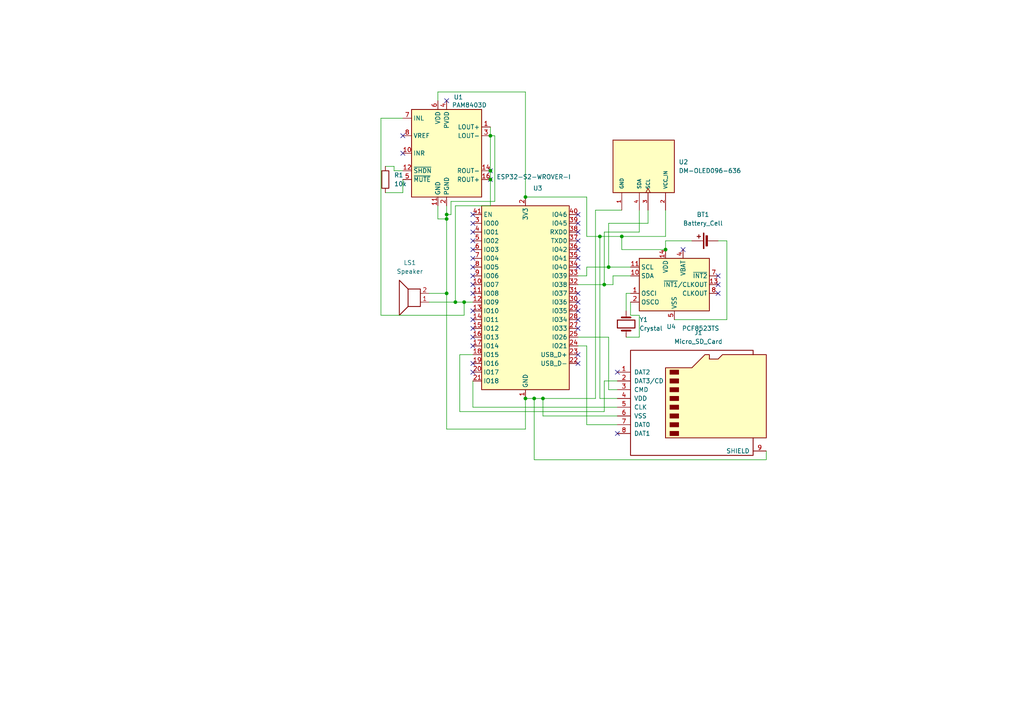
<source format=kicad_sch>
(kicad_sch
	(version 20231120)
	(generator "eeschema")
	(generator_version "8.0")
	(uuid "170161de-9f56-4b03-9130-b239e58edd96")
	(paper "A4")
	(lib_symbols
		(symbol "Amplifier_Audio:PAM8403D"
			(exclude_from_sim no)
			(in_bom yes)
			(on_board yes)
			(property "Reference" "U"
				(at 1.27 16.51 0)
				(effects
					(font
						(size 1.27 1.27)
					)
				)
			)
			(property "Value" "PAM8403D"
				(at 6.096 14.224 0)
				(effects
					(font
						(size 1.27 1.27)
					)
				)
			)
			(property "Footprint" "Package_SO:SOP-16_3.9x9.9mm_P1.27mm"
				(at 0 0 0)
				(effects
					(font
						(size 1.27 1.27)
					)
					(hide yes)
				)
			)
			(property "Datasheet" "https://www.diodes.com/assets/Datasheets/products_inactive_data/PAM8403.pdf"
				(at -5.08 5.08 0)
				(effects
					(font
						(size 1.27 1.27)
					)
					(hide yes)
				)
			)
			(property "Description" "3W Filterless Class-D Stereo Audio Amplifier, SOP-16"
				(at 0 0 0)
				(effects
					(font
						(size 1.27 1.27)
					)
					(hide yes)
				)
			)
			(property "ki_keywords" "audio amplifier class d"
				(at 0 0 0)
				(effects
					(font
						(size 1.27 1.27)
					)
					(hide yes)
				)
			)
			(property "ki_fp_filters" "SOP*3.9x9.9mm*P1.27mm*"
				(at 0 0 0)
				(effects
					(font
						(size 1.27 1.27)
					)
					(hide yes)
				)
			)
			(symbol "PAM8403D_0_1"
				(rectangle
					(start -10.16 12.7)
					(end 10.16 -12.7)
					(stroke
						(width 0.254)
						(type default)
					)
					(fill
						(type background)
					)
				)
			)
			(symbol "PAM8403D_1_1"
				(pin output line
					(at 12.7 7.62 180)
					(length 2.54)
					(name "LOUT+"
						(effects
							(font
								(size 1.27 1.27)
							)
						)
					)
					(number "1"
						(effects
							(font
								(size 1.27 1.27)
							)
						)
					)
				)
				(pin input line
					(at -12.7 0 0)
					(length 2.54)
					(name "INR"
						(effects
							(font
								(size 1.27 1.27)
							)
						)
					)
					(number "10"
						(effects
							(font
								(size 1.27 1.27)
							)
						)
					)
				)
				(pin power_in line
					(at -2.54 -15.24 90)
					(length 2.54)
					(name "GND"
						(effects
							(font
								(size 1.27 1.27)
							)
						)
					)
					(number "11"
						(effects
							(font
								(size 1.27 1.27)
							)
						)
					)
				)
				(pin input line
					(at -12.7 -5.08 0)
					(length 2.54)
					(name "~{SHDN}"
						(effects
							(font
								(size 1.27 1.27)
							)
						)
					)
					(number "12"
						(effects
							(font
								(size 1.27 1.27)
							)
						)
					)
				)
				(pin passive line
					(at 0 15.24 270)
					(length 2.54) hide
					(name "PVDD"
						(effects
							(font
								(size 1.27 1.27)
							)
						)
					)
					(number "13"
						(effects
							(font
								(size 1.27 1.27)
							)
						)
					)
				)
				(pin output line
					(at 12.7 -5.08 180)
					(length 2.54)
					(name "ROUT-"
						(effects
							(font
								(size 1.27 1.27)
							)
						)
					)
					(number "14"
						(effects
							(font
								(size 1.27 1.27)
							)
						)
					)
				)
				(pin passive line
					(at 0 -15.24 90)
					(length 2.54) hide
					(name "PGND"
						(effects
							(font
								(size 1.27 1.27)
							)
						)
					)
					(number "15"
						(effects
							(font
								(size 1.27 1.27)
							)
						)
					)
				)
				(pin output line
					(at 12.7 -7.62 180)
					(length 2.54)
					(name "ROUT+"
						(effects
							(font
								(size 1.27 1.27)
							)
						)
					)
					(number "16"
						(effects
							(font
								(size 1.27 1.27)
							)
						)
					)
				)
				(pin power_in line
					(at 0 -15.24 90)
					(length 2.54)
					(name "PGND"
						(effects
							(font
								(size 1.27 1.27)
							)
						)
					)
					(number "2"
						(effects
							(font
								(size 1.27 1.27)
							)
						)
					)
				)
				(pin output line
					(at 12.7 5.08 180)
					(length 2.54)
					(name "LOUT-"
						(effects
							(font
								(size 1.27 1.27)
							)
						)
					)
					(number "3"
						(effects
							(font
								(size 1.27 1.27)
							)
						)
					)
				)
				(pin power_in line
					(at 0 15.24 270)
					(length 2.54)
					(name "PVDD"
						(effects
							(font
								(size 1.27 1.27)
							)
						)
					)
					(number "4"
						(effects
							(font
								(size 1.27 1.27)
							)
						)
					)
				)
				(pin input line
					(at -12.7 -7.62 0)
					(length 2.54)
					(name "~{MUTE}"
						(effects
							(font
								(size 1.27 1.27)
							)
						)
					)
					(number "5"
						(effects
							(font
								(size 1.27 1.27)
							)
						)
					)
				)
				(pin power_in line
					(at -2.54 15.24 270)
					(length 2.54)
					(name "VDD"
						(effects
							(font
								(size 1.27 1.27)
							)
						)
					)
					(number "6"
						(effects
							(font
								(size 1.27 1.27)
							)
						)
					)
				)
				(pin input line
					(at -12.7 10.16 0)
					(length 2.54)
					(name "INL"
						(effects
							(font
								(size 1.27 1.27)
							)
						)
					)
					(number "7"
						(effects
							(font
								(size 1.27 1.27)
							)
						)
					)
				)
				(pin input line
					(at -12.7 5.08 0)
					(length 2.54)
					(name "VREF"
						(effects
							(font
								(size 1.27 1.27)
							)
						)
					)
					(number "8"
						(effects
							(font
								(size 1.27 1.27)
							)
						)
					)
				)
				(pin no_connect line
					(at 10.16 -10.16 180)
					(length 2.54) hide
					(name "NC"
						(effects
							(font
								(size 1.27 1.27)
							)
						)
					)
					(number "9"
						(effects
							(font
								(size 1.27 1.27)
							)
						)
					)
				)
			)
		)
		(symbol "Connector:Micro_SD_Card"
			(pin_names
				(offset 1.016)
			)
			(exclude_from_sim no)
			(in_bom yes)
			(on_board yes)
			(property "Reference" "J"
				(at -16.51 15.24 0)
				(effects
					(font
						(size 1.27 1.27)
					)
				)
			)
			(property "Value" "Micro_SD_Card"
				(at 16.51 15.24 0)
				(effects
					(font
						(size 1.27 1.27)
					)
					(justify right)
				)
			)
			(property "Footprint" ""
				(at 29.21 7.62 0)
				(effects
					(font
						(size 1.27 1.27)
					)
					(hide yes)
				)
			)
			(property "Datasheet" "http://katalog.we-online.de/em/datasheet/693072010801.pdf"
				(at 0 0 0)
				(effects
					(font
						(size 1.27 1.27)
					)
					(hide yes)
				)
			)
			(property "Description" "Micro SD Card Socket"
				(at 0 0 0)
				(effects
					(font
						(size 1.27 1.27)
					)
					(hide yes)
				)
			)
			(property "ki_keywords" "connector SD microsd"
				(at 0 0 0)
				(effects
					(font
						(size 1.27 1.27)
					)
					(hide yes)
				)
			)
			(property "ki_fp_filters" "microSD*"
				(at 0 0 0)
				(effects
					(font
						(size 1.27 1.27)
					)
					(hide yes)
				)
			)
			(symbol "Micro_SD_Card_0_1"
				(rectangle
					(start -7.62 -9.525)
					(end -5.08 -10.795)
					(stroke
						(width 0)
						(type default)
					)
					(fill
						(type outline)
					)
				)
				(rectangle
					(start -7.62 -6.985)
					(end -5.08 -8.255)
					(stroke
						(width 0)
						(type default)
					)
					(fill
						(type outline)
					)
				)
				(rectangle
					(start -7.62 -4.445)
					(end -5.08 -5.715)
					(stroke
						(width 0)
						(type default)
					)
					(fill
						(type outline)
					)
				)
				(rectangle
					(start -7.62 -1.905)
					(end -5.08 -3.175)
					(stroke
						(width 0)
						(type default)
					)
					(fill
						(type outline)
					)
				)
				(rectangle
					(start -7.62 0.635)
					(end -5.08 -0.635)
					(stroke
						(width 0)
						(type default)
					)
					(fill
						(type outline)
					)
				)
				(rectangle
					(start -7.62 3.175)
					(end -5.08 1.905)
					(stroke
						(width 0)
						(type default)
					)
					(fill
						(type outline)
					)
				)
				(rectangle
					(start -7.62 5.715)
					(end -5.08 4.445)
					(stroke
						(width 0)
						(type default)
					)
					(fill
						(type outline)
					)
				)
				(rectangle
					(start -7.62 8.255)
					(end -5.08 6.985)
					(stroke
						(width 0)
						(type default)
					)
					(fill
						(type outline)
					)
				)
				(polyline
					(pts
						(xy 16.51 12.7) (xy 16.51 13.97) (xy -19.05 13.97) (xy -19.05 -16.51) (xy 16.51 -16.51) (xy 16.51 -11.43)
					)
					(stroke
						(width 0.254)
						(type default)
					)
					(fill
						(type none)
					)
				)
				(polyline
					(pts
						(xy -8.89 -11.43) (xy -8.89 8.89) (xy -1.27 8.89) (xy 2.54 12.7) (xy 3.81 12.7) (xy 3.81 11.43)
						(xy 6.35 11.43) (xy 7.62 12.7) (xy 20.32 12.7) (xy 20.32 -11.43) (xy -8.89 -11.43)
					)
					(stroke
						(width 0.254)
						(type default)
					)
					(fill
						(type background)
					)
				)
			)
			(symbol "Micro_SD_Card_1_1"
				(pin bidirectional line
					(at -22.86 7.62 0)
					(length 3.81)
					(name "DAT2"
						(effects
							(font
								(size 1.27 1.27)
							)
						)
					)
					(number "1"
						(effects
							(font
								(size 1.27 1.27)
							)
						)
					)
				)
				(pin bidirectional line
					(at -22.86 5.08 0)
					(length 3.81)
					(name "DAT3/CD"
						(effects
							(font
								(size 1.27 1.27)
							)
						)
					)
					(number "2"
						(effects
							(font
								(size 1.27 1.27)
							)
						)
					)
				)
				(pin input line
					(at -22.86 2.54 0)
					(length 3.81)
					(name "CMD"
						(effects
							(font
								(size 1.27 1.27)
							)
						)
					)
					(number "3"
						(effects
							(font
								(size 1.27 1.27)
							)
						)
					)
				)
				(pin power_in line
					(at -22.86 0 0)
					(length 3.81)
					(name "VDD"
						(effects
							(font
								(size 1.27 1.27)
							)
						)
					)
					(number "4"
						(effects
							(font
								(size 1.27 1.27)
							)
						)
					)
				)
				(pin input line
					(at -22.86 -2.54 0)
					(length 3.81)
					(name "CLK"
						(effects
							(font
								(size 1.27 1.27)
							)
						)
					)
					(number "5"
						(effects
							(font
								(size 1.27 1.27)
							)
						)
					)
				)
				(pin power_in line
					(at -22.86 -5.08 0)
					(length 3.81)
					(name "VSS"
						(effects
							(font
								(size 1.27 1.27)
							)
						)
					)
					(number "6"
						(effects
							(font
								(size 1.27 1.27)
							)
						)
					)
				)
				(pin bidirectional line
					(at -22.86 -7.62 0)
					(length 3.81)
					(name "DAT0"
						(effects
							(font
								(size 1.27 1.27)
							)
						)
					)
					(number "7"
						(effects
							(font
								(size 1.27 1.27)
							)
						)
					)
				)
				(pin bidirectional line
					(at -22.86 -10.16 0)
					(length 3.81)
					(name "DAT1"
						(effects
							(font
								(size 1.27 1.27)
							)
						)
					)
					(number "8"
						(effects
							(font
								(size 1.27 1.27)
							)
						)
					)
				)
				(pin passive line
					(at 20.32 -15.24 180)
					(length 3.81)
					(name "SHIELD"
						(effects
							(font
								(size 1.27 1.27)
							)
						)
					)
					(number "9"
						(effects
							(font
								(size 1.27 1.27)
							)
						)
					)
				)
			)
		)
		(symbol "Device:Battery_Cell"
			(pin_numbers hide)
			(pin_names
				(offset 0) hide)
			(exclude_from_sim no)
			(in_bom yes)
			(on_board yes)
			(property "Reference" "BT"
				(at 2.54 2.54 0)
				(effects
					(font
						(size 1.27 1.27)
					)
					(justify left)
				)
			)
			(property "Value" "Battery_Cell"
				(at 2.54 0 0)
				(effects
					(font
						(size 1.27 1.27)
					)
					(justify left)
				)
			)
			(property "Footprint" ""
				(at 0 1.524 90)
				(effects
					(font
						(size 1.27 1.27)
					)
					(hide yes)
				)
			)
			(property "Datasheet" "~"
				(at 0 1.524 90)
				(effects
					(font
						(size 1.27 1.27)
					)
					(hide yes)
				)
			)
			(property "Description" "Single-cell battery"
				(at 0 0 0)
				(effects
					(font
						(size 1.27 1.27)
					)
					(hide yes)
				)
			)
			(property "ki_keywords" "battery cell"
				(at 0 0 0)
				(effects
					(font
						(size 1.27 1.27)
					)
					(hide yes)
				)
			)
			(symbol "Battery_Cell_0_1"
				(rectangle
					(start -2.286 1.778)
					(end 2.286 1.524)
					(stroke
						(width 0)
						(type default)
					)
					(fill
						(type outline)
					)
				)
				(rectangle
					(start -1.524 1.016)
					(end 1.524 0.508)
					(stroke
						(width 0)
						(type default)
					)
					(fill
						(type outline)
					)
				)
				(polyline
					(pts
						(xy 0 0.762) (xy 0 0)
					)
					(stroke
						(width 0)
						(type default)
					)
					(fill
						(type none)
					)
				)
				(polyline
					(pts
						(xy 0 1.778) (xy 0 2.54)
					)
					(stroke
						(width 0)
						(type default)
					)
					(fill
						(type none)
					)
				)
				(polyline
					(pts
						(xy 0.762 3.048) (xy 1.778 3.048)
					)
					(stroke
						(width 0.254)
						(type default)
					)
					(fill
						(type none)
					)
				)
				(polyline
					(pts
						(xy 1.27 3.556) (xy 1.27 2.54)
					)
					(stroke
						(width 0.254)
						(type default)
					)
					(fill
						(type none)
					)
				)
			)
			(symbol "Battery_Cell_1_1"
				(pin passive line
					(at 0 5.08 270)
					(length 2.54)
					(name "+"
						(effects
							(font
								(size 1.27 1.27)
							)
						)
					)
					(number "1"
						(effects
							(font
								(size 1.27 1.27)
							)
						)
					)
				)
				(pin passive line
					(at 0 -2.54 90)
					(length 2.54)
					(name "-"
						(effects
							(font
								(size 1.27 1.27)
							)
						)
					)
					(number "2"
						(effects
							(font
								(size 1.27 1.27)
							)
						)
					)
				)
			)
		)
		(symbol "Device:Crystal"
			(pin_numbers hide)
			(pin_names
				(offset 1.016) hide)
			(exclude_from_sim no)
			(in_bom yes)
			(on_board yes)
			(property "Reference" "Y"
				(at 0 3.81 0)
				(effects
					(font
						(size 1.27 1.27)
					)
				)
			)
			(property "Value" "Crystal"
				(at 0 -3.81 0)
				(effects
					(font
						(size 1.27 1.27)
					)
				)
			)
			(property "Footprint" ""
				(at 0 0 0)
				(effects
					(font
						(size 1.27 1.27)
					)
					(hide yes)
				)
			)
			(property "Datasheet" "~"
				(at 0 0 0)
				(effects
					(font
						(size 1.27 1.27)
					)
					(hide yes)
				)
			)
			(property "Description" "Two pin crystal"
				(at 0 0 0)
				(effects
					(font
						(size 1.27 1.27)
					)
					(hide yes)
				)
			)
			(property "ki_keywords" "quartz ceramic resonator oscillator"
				(at 0 0 0)
				(effects
					(font
						(size 1.27 1.27)
					)
					(hide yes)
				)
			)
			(property "ki_fp_filters" "Crystal*"
				(at 0 0 0)
				(effects
					(font
						(size 1.27 1.27)
					)
					(hide yes)
				)
			)
			(symbol "Crystal_0_1"
				(rectangle
					(start -1.143 2.54)
					(end 1.143 -2.54)
					(stroke
						(width 0.3048)
						(type default)
					)
					(fill
						(type none)
					)
				)
				(polyline
					(pts
						(xy -2.54 0) (xy -1.905 0)
					)
					(stroke
						(width 0)
						(type default)
					)
					(fill
						(type none)
					)
				)
				(polyline
					(pts
						(xy -1.905 -1.27) (xy -1.905 1.27)
					)
					(stroke
						(width 0.508)
						(type default)
					)
					(fill
						(type none)
					)
				)
				(polyline
					(pts
						(xy 1.905 -1.27) (xy 1.905 1.27)
					)
					(stroke
						(width 0.508)
						(type default)
					)
					(fill
						(type none)
					)
				)
				(polyline
					(pts
						(xy 2.54 0) (xy 1.905 0)
					)
					(stroke
						(width 0)
						(type default)
					)
					(fill
						(type none)
					)
				)
			)
			(symbol "Crystal_1_1"
				(pin passive line
					(at -3.81 0 0)
					(length 1.27)
					(name "1"
						(effects
							(font
								(size 1.27 1.27)
							)
						)
					)
					(number "1"
						(effects
							(font
								(size 1.27 1.27)
							)
						)
					)
				)
				(pin passive line
					(at 3.81 0 180)
					(length 1.27)
					(name "2"
						(effects
							(font
								(size 1.27 1.27)
							)
						)
					)
					(number "2"
						(effects
							(font
								(size 1.27 1.27)
							)
						)
					)
				)
			)
		)
		(symbol "Device:R"
			(pin_numbers hide)
			(pin_names
				(offset 0)
			)
			(exclude_from_sim no)
			(in_bom yes)
			(on_board yes)
			(property "Reference" "R"
				(at 2.032 0 90)
				(effects
					(font
						(size 1.27 1.27)
					)
				)
			)
			(property "Value" "R"
				(at 0 0 90)
				(effects
					(font
						(size 1.27 1.27)
					)
				)
			)
			(property "Footprint" ""
				(at -1.778 0 90)
				(effects
					(font
						(size 1.27 1.27)
					)
					(hide yes)
				)
			)
			(property "Datasheet" "~"
				(at 0 0 0)
				(effects
					(font
						(size 1.27 1.27)
					)
					(hide yes)
				)
			)
			(property "Description" "Resistor"
				(at 0 0 0)
				(effects
					(font
						(size 1.27 1.27)
					)
					(hide yes)
				)
			)
			(property "ki_keywords" "R res resistor"
				(at 0 0 0)
				(effects
					(font
						(size 1.27 1.27)
					)
					(hide yes)
				)
			)
			(property "ki_fp_filters" "R_*"
				(at 0 0 0)
				(effects
					(font
						(size 1.27 1.27)
					)
					(hide yes)
				)
			)
			(symbol "R_0_1"
				(rectangle
					(start -1.016 -2.54)
					(end 1.016 2.54)
					(stroke
						(width 0.254)
						(type default)
					)
					(fill
						(type none)
					)
				)
			)
			(symbol "R_1_1"
				(pin passive line
					(at 0 3.81 270)
					(length 1.27)
					(name "~"
						(effects
							(font
								(size 1.27 1.27)
							)
						)
					)
					(number "1"
						(effects
							(font
								(size 1.27 1.27)
							)
						)
					)
				)
				(pin passive line
					(at 0 -3.81 90)
					(length 1.27)
					(name "~"
						(effects
							(font
								(size 1.27 1.27)
							)
						)
					)
					(number "2"
						(effects
							(font
								(size 1.27 1.27)
							)
						)
					)
				)
			)
		)
		(symbol "Device:Speaker"
			(pin_names
				(offset 0) hide)
			(exclude_from_sim no)
			(in_bom yes)
			(on_board yes)
			(property "Reference" "LS"
				(at 1.27 5.715 0)
				(effects
					(font
						(size 1.27 1.27)
					)
					(justify right)
				)
			)
			(property "Value" "Speaker"
				(at 1.27 3.81 0)
				(effects
					(font
						(size 1.27 1.27)
					)
					(justify right)
				)
			)
			(property "Footprint" ""
				(at 0 -5.08 0)
				(effects
					(font
						(size 1.27 1.27)
					)
					(hide yes)
				)
			)
			(property "Datasheet" "~"
				(at -0.254 -1.27 0)
				(effects
					(font
						(size 1.27 1.27)
					)
					(hide yes)
				)
			)
			(property "Description" "Speaker"
				(at 0 0 0)
				(effects
					(font
						(size 1.27 1.27)
					)
					(hide yes)
				)
			)
			(property "ki_keywords" "speaker sound"
				(at 0 0 0)
				(effects
					(font
						(size 1.27 1.27)
					)
					(hide yes)
				)
			)
			(symbol "Speaker_0_0"
				(rectangle
					(start -2.54 1.27)
					(end 1.016 -3.81)
					(stroke
						(width 0.254)
						(type default)
					)
					(fill
						(type none)
					)
				)
				(polyline
					(pts
						(xy 1.016 1.27) (xy 3.556 3.81) (xy 3.556 -6.35) (xy 1.016 -3.81)
					)
					(stroke
						(width 0.254)
						(type default)
					)
					(fill
						(type none)
					)
				)
			)
			(symbol "Speaker_1_1"
				(pin input line
					(at -5.08 0 0)
					(length 2.54)
					(name "1"
						(effects
							(font
								(size 1.27 1.27)
							)
						)
					)
					(number "1"
						(effects
							(font
								(size 1.27 1.27)
							)
						)
					)
				)
				(pin input line
					(at -5.08 -2.54 0)
					(length 2.54)
					(name "2"
						(effects
							(font
								(size 1.27 1.27)
							)
						)
					)
					(number "2"
						(effects
							(font
								(size 1.27 1.27)
							)
						)
					)
				)
			)
		)
		(symbol "New_Library:DM-OLED096-636"
			(pin_names
				(offset 1.016)
			)
			(exclude_from_sim no)
			(in_bom yes)
			(on_board yes)
			(property "Reference" "U"
				(at -7.62 10.922 0)
				(effects
					(font
						(size 1.27 1.27)
					)
					(justify left bottom)
				)
			)
			(property "Value" "DM-OLED096-636"
				(at -7.62 -10.16 0)
				(effects
					(font
						(size 1.27 1.27)
					)
					(justify left bottom)
				)
			)
			(property "Footprint" ""
				(at 17.272 11.938 0)
				(effects
					(font
						(size 1.27 1.27)
					)
					(justify left bottom)
					(hide yes)
				)
			)
			(property "Datasheet" ""
				(at 0 0 0)
				(effects
					(font
						(size 1.27 1.27)
					)
					(justify left bottom)
					(hide yes)
				)
			)
			(property "Description" ""
				(at 0 0 0)
				(effects
					(font
						(size 1.27 1.27)
					)
					(hide yes)
				)
			)
			(property "MF" ""
				(at 26.67 -8.128 0)
				(effects
					(font
						(size 1.27 1.27)
					)
					(justify left bottom)
					(hide yes)
				)
			)
			(property "MAXIMUM_PACKAGE_HEIGHT" ""
				(at 29.718 3.556 0)
				(effects
					(font
						(size 1.27 1.27)
					)
					(justify left bottom)
					(hide yes)
				)
			)
			(property "Package" ""
				(at -23.114 -4.064 0)
				(effects
					(font
						(size 1.27 1.27)
					)
					(justify left bottom)
					(hide yes)
				)
			)
			(property "Price" ""
				(at -22.86 -7.366 0)
				(effects
					(font
						(size 1.27 1.27)
					)
					(justify left bottom)
					(hide yes)
				)
			)
			(property "Check_prices" ""
				(at -3.556 19.304 0)
				(effects
					(font
						(size 1.27 1.27)
					)
					(justify left bottom)
					(hide yes)
				)
			)
			(property "STANDARD" ""
				(at -0.254 -12.954 0)
				(effects
					(font
						(size 1.27 1.27)
					)
					(justify left bottom)
					(hide yes)
				)
			)
			(property "PARTREV" ""
				(at 20.828 10.414 0)
				(effects
					(font
						(size 1.27 1.27)
					)
					(justify left bottom)
					(hide yes)
				)
			)
			(property "SnapEDA_Link" ""
				(at -27.94 16.256 0)
				(effects
					(font
						(size 1.27 1.27)
					)
					(justify left bottom)
					(hide yes)
				)
			)
			(property "MP" ""
				(at 24.892 -4.572 0)
				(do_not_autoplace)
				(effects
					(font
						(size 1.27 1.27)
					)
					(justify left bottom)
					(hide yes)
				)
			)
			(property "Description_1" ""
				(at -34.544 23.622 0)
				(effects
					(font
						(size 1.27 1.27)
					)
					(justify left bottom)
					(hide yes)
				)
			)
			(property "Availability" ""
				(at 25.4 6.604 0)
				(effects
					(font
						(size 1.27 1.27)
					)
					(justify left bottom)
					(hide yes)
				)
			)
			(property "MANUFACTURER" ""
				(at 34.036 -9.398 0)
				(effects
					(font
						(size 1.27 1.27)
					)
					(justify left bottom)
					(hide yes)
				)
			)
			(property "ki_locked" ""
				(at 0 0 0)
				(effects
					(font
						(size 1.27 1.27)
					)
				)
			)
			(symbol "DM-OLED096-636_0_0"
				(rectangle
					(start -7.62 10.16)
					(end 7.62 -7.62)
					(stroke
						(width 0.254)
						(type solid)
					)
					(fill
						(type background)
					)
				)
				(pin power_in line
					(at 12.7 -5.08 180)
					(length 5.08)
					(name "GND"
						(effects
							(font
								(size 1.016 1.016)
							)
						)
					)
					(number "1"
						(effects
							(font
								(size 1.016 1.016)
							)
						)
					)
				)
				(pin power_in line
					(at 12.7 7.62 180)
					(length 5.08)
					(name "VCC_IN"
						(effects
							(font
								(size 1.016 1.016)
							)
						)
					)
					(number "2"
						(effects
							(font
								(size 1.016 1.016)
							)
						)
					)
				)
				(pin input clock
					(at 12.7 2.54 180)
					(length 5.08)
					(name "SCL"
						(effects
							(font
								(size 1.016 1.016)
							)
						)
					)
					(number "3"
						(effects
							(font
								(size 1.016 1.016)
							)
						)
					)
				)
				(pin bidirectional line
					(at 12.7 0 180)
					(length 5.08)
					(name "SDA"
						(effects
							(font
								(size 1.016 1.016)
							)
						)
					)
					(number "4"
						(effects
							(font
								(size 1.016 1.016)
							)
						)
					)
				)
			)
		)
		(symbol "RF_Module:ESP32-S2-WROVER-I"
			(exclude_from_sim no)
			(in_bom yes)
			(on_board yes)
			(property "Reference" "U"
				(at -12.7 29.21 0)
				(effects
					(font
						(size 1.27 1.27)
					)
					(justify left)
				)
			)
			(property "Value" "ESP32-S2-WROVER-I"
				(at 2.54 29.21 0)
				(effects
					(font
						(size 1.27 1.27)
					)
					(justify left)
				)
			)
			(property "Footprint" "RF_Module:ESP32-S2-WROVER"
				(at 19.05 -29.21 0)
				(effects
					(font
						(size 1.27 1.27)
					)
					(hide yes)
				)
			)
			(property "Datasheet" "https://www.espressif.com/sites/default/files/documentation/esp32-s2-wroom_esp32-s2-wroom-i_datasheet_en.pdf"
				(at -7.62 -20.32 0)
				(effects
					(font
						(size 1.27 1.27)
					)
					(hide yes)
				)
			)
			(property "Description" "RF Module, ESP32-D0WDQ6 SoC, Wi-Fi 802.11b/g/n, 32-bit, 2.7-3.6V, onboard antenna, SMD"
				(at 0 0 0)
				(effects
					(font
						(size 1.27 1.27)
					)
					(hide yes)
				)
			)
			(property "ki_keywords" "RF Radio ESP ESP32 Espressif onboard PCB antenna"
				(at 0 0 0)
				(effects
					(font
						(size 1.27 1.27)
					)
					(hide yes)
				)
			)
			(property "ki_fp_filters" "ESP32?S2?WROVER*"
				(at 0 0 0)
				(effects
					(font
						(size 1.27 1.27)
					)
					(hide yes)
				)
			)
			(symbol "ESP32-S2-WROVER-I_0_1"
				(rectangle
					(start -12.7 27.94)
					(end 12.7 -25.4)
					(stroke
						(width 0.254)
						(type default)
					)
					(fill
						(type background)
					)
				)
			)
			(symbol "ESP32-S2-WROVER-I_1_1"
				(pin power_in line
					(at 0 -27.94 90)
					(length 2.54)
					(name "GND"
						(effects
							(font
								(size 1.27 1.27)
							)
						)
					)
					(number "1"
						(effects
							(font
								(size 1.27 1.27)
							)
						)
					)
				)
				(pin bidirectional line
					(at -15.24 5.08 0)
					(length 2.54)
					(name "IO07"
						(effects
							(font
								(size 1.27 1.27)
							)
						)
					)
					(number "10"
						(effects
							(font
								(size 1.27 1.27)
							)
						)
					)
				)
				(pin bidirectional line
					(at -15.24 2.54 0)
					(length 2.54)
					(name "IO08"
						(effects
							(font
								(size 1.27 1.27)
							)
						)
					)
					(number "11"
						(effects
							(font
								(size 1.27 1.27)
							)
						)
					)
				)
				(pin bidirectional line
					(at -15.24 0 0)
					(length 2.54)
					(name "IO09"
						(effects
							(font
								(size 1.27 1.27)
							)
						)
					)
					(number "12"
						(effects
							(font
								(size 1.27 1.27)
							)
						)
					)
				)
				(pin bidirectional line
					(at -15.24 -2.54 0)
					(length 2.54)
					(name "IO10"
						(effects
							(font
								(size 1.27 1.27)
							)
						)
					)
					(number "13"
						(effects
							(font
								(size 1.27 1.27)
							)
						)
					)
				)
				(pin bidirectional line
					(at -15.24 -5.08 0)
					(length 2.54)
					(name "IO11"
						(effects
							(font
								(size 1.27 1.27)
							)
						)
					)
					(number "14"
						(effects
							(font
								(size 1.27 1.27)
							)
						)
					)
				)
				(pin bidirectional line
					(at -15.24 -7.62 0)
					(length 2.54)
					(name "IO12"
						(effects
							(font
								(size 1.27 1.27)
							)
						)
					)
					(number "15"
						(effects
							(font
								(size 1.27 1.27)
							)
						)
					)
				)
				(pin bidirectional line
					(at -15.24 -10.16 0)
					(length 2.54)
					(name "IO13"
						(effects
							(font
								(size 1.27 1.27)
							)
						)
					)
					(number "16"
						(effects
							(font
								(size 1.27 1.27)
							)
						)
					)
				)
				(pin bidirectional line
					(at -15.24 -12.7 0)
					(length 2.54)
					(name "IO14"
						(effects
							(font
								(size 1.27 1.27)
							)
						)
					)
					(number "17"
						(effects
							(font
								(size 1.27 1.27)
							)
						)
					)
				)
				(pin bidirectional line
					(at -15.24 -15.24 0)
					(length 2.54)
					(name "IO15"
						(effects
							(font
								(size 1.27 1.27)
							)
						)
					)
					(number "18"
						(effects
							(font
								(size 1.27 1.27)
							)
						)
					)
				)
				(pin bidirectional line
					(at -15.24 -17.78 0)
					(length 2.54)
					(name "IO16"
						(effects
							(font
								(size 1.27 1.27)
							)
						)
					)
					(number "19"
						(effects
							(font
								(size 1.27 1.27)
							)
						)
					)
				)
				(pin power_in line
					(at 0 30.48 270)
					(length 2.54)
					(name "3V3"
						(effects
							(font
								(size 1.27 1.27)
							)
						)
					)
					(number "2"
						(effects
							(font
								(size 1.27 1.27)
							)
						)
					)
				)
				(pin bidirectional line
					(at -15.24 -20.32 0)
					(length 2.54)
					(name "IO17"
						(effects
							(font
								(size 1.27 1.27)
							)
						)
					)
					(number "20"
						(effects
							(font
								(size 1.27 1.27)
							)
						)
					)
				)
				(pin bidirectional line
					(at -15.24 -22.86 0)
					(length 2.54)
					(name "IO18"
						(effects
							(font
								(size 1.27 1.27)
							)
						)
					)
					(number "21"
						(effects
							(font
								(size 1.27 1.27)
							)
						)
					)
				)
				(pin bidirectional line
					(at 15.24 -17.78 180)
					(length 2.54)
					(name "USB_D-"
						(effects
							(font
								(size 1.27 1.27)
							)
						)
					)
					(number "22"
						(effects
							(font
								(size 1.27 1.27)
							)
						)
					)
				)
				(pin bidirectional line
					(at 15.24 -15.24 180)
					(length 2.54)
					(name "USB_D+"
						(effects
							(font
								(size 1.27 1.27)
							)
						)
					)
					(number "23"
						(effects
							(font
								(size 1.27 1.27)
							)
						)
					)
				)
				(pin bidirectional line
					(at 15.24 -12.7 180)
					(length 2.54)
					(name "IO21"
						(effects
							(font
								(size 1.27 1.27)
							)
						)
					)
					(number "24"
						(effects
							(font
								(size 1.27 1.27)
							)
						)
					)
				)
				(pin bidirectional line
					(at 15.24 -10.16 180)
					(length 2.54)
					(name "IO26"
						(effects
							(font
								(size 1.27 1.27)
							)
						)
					)
					(number "25"
						(effects
							(font
								(size 1.27 1.27)
							)
						)
					)
				)
				(pin passive line
					(at 0 -27.94 90)
					(length 2.54) hide
					(name "GND"
						(effects
							(font
								(size 1.27 1.27)
							)
						)
					)
					(number "26"
						(effects
							(font
								(size 1.27 1.27)
							)
						)
					)
				)
				(pin bidirectional line
					(at 15.24 -7.62 180)
					(length 2.54)
					(name "IO33"
						(effects
							(font
								(size 1.27 1.27)
							)
						)
					)
					(number "27"
						(effects
							(font
								(size 1.27 1.27)
							)
						)
					)
				)
				(pin bidirectional line
					(at 15.24 -5.08 180)
					(length 2.54)
					(name "IO34"
						(effects
							(font
								(size 1.27 1.27)
							)
						)
					)
					(number "28"
						(effects
							(font
								(size 1.27 1.27)
							)
						)
					)
				)
				(pin bidirectional line
					(at 15.24 -2.54 180)
					(length 2.54)
					(name "IO35"
						(effects
							(font
								(size 1.27 1.27)
							)
						)
					)
					(number "29"
						(effects
							(font
								(size 1.27 1.27)
							)
						)
					)
				)
				(pin bidirectional line
					(at -15.24 22.86 0)
					(length 2.54)
					(name "IO00"
						(effects
							(font
								(size 1.27 1.27)
							)
						)
					)
					(number "3"
						(effects
							(font
								(size 1.27 1.27)
							)
						)
					)
				)
				(pin bidirectional line
					(at 15.24 0 180)
					(length 2.54)
					(name "IO36"
						(effects
							(font
								(size 1.27 1.27)
							)
						)
					)
					(number "30"
						(effects
							(font
								(size 1.27 1.27)
							)
						)
					)
				)
				(pin bidirectional line
					(at 15.24 2.54 180)
					(length 2.54)
					(name "IO37"
						(effects
							(font
								(size 1.27 1.27)
							)
						)
					)
					(number "31"
						(effects
							(font
								(size 1.27 1.27)
							)
						)
					)
				)
				(pin bidirectional line
					(at 15.24 5.08 180)
					(length 2.54)
					(name "IO38"
						(effects
							(font
								(size 1.27 1.27)
							)
						)
					)
					(number "32"
						(effects
							(font
								(size 1.27 1.27)
							)
						)
					)
				)
				(pin bidirectional line
					(at 15.24 7.62 180)
					(length 2.54)
					(name "IO39"
						(effects
							(font
								(size 1.27 1.27)
							)
						)
					)
					(number "33"
						(effects
							(font
								(size 1.27 1.27)
							)
						)
					)
				)
				(pin bidirectional line
					(at 15.24 10.16 180)
					(length 2.54)
					(name "IO40"
						(effects
							(font
								(size 1.27 1.27)
							)
						)
					)
					(number "34"
						(effects
							(font
								(size 1.27 1.27)
							)
						)
					)
				)
				(pin bidirectional line
					(at 15.24 12.7 180)
					(length 2.54)
					(name "IO41"
						(effects
							(font
								(size 1.27 1.27)
							)
						)
					)
					(number "35"
						(effects
							(font
								(size 1.27 1.27)
							)
						)
					)
				)
				(pin bidirectional line
					(at 15.24 15.24 180)
					(length 2.54)
					(name "IO42"
						(effects
							(font
								(size 1.27 1.27)
							)
						)
					)
					(number "36"
						(effects
							(font
								(size 1.27 1.27)
							)
						)
					)
				)
				(pin bidirectional line
					(at 15.24 17.78 180)
					(length 2.54)
					(name "TXD0"
						(effects
							(font
								(size 1.27 1.27)
							)
						)
					)
					(number "37"
						(effects
							(font
								(size 1.27 1.27)
							)
						)
					)
				)
				(pin bidirectional line
					(at 15.24 20.32 180)
					(length 2.54)
					(name "RXD0"
						(effects
							(font
								(size 1.27 1.27)
							)
						)
					)
					(number "38"
						(effects
							(font
								(size 1.27 1.27)
							)
						)
					)
				)
				(pin bidirectional line
					(at 15.24 22.86 180)
					(length 2.54)
					(name "IO45"
						(effects
							(font
								(size 1.27 1.27)
							)
						)
					)
					(number "39"
						(effects
							(font
								(size 1.27 1.27)
							)
						)
					)
				)
				(pin bidirectional line
					(at -15.24 20.32 0)
					(length 2.54)
					(name "IO01"
						(effects
							(font
								(size 1.27 1.27)
							)
						)
					)
					(number "4"
						(effects
							(font
								(size 1.27 1.27)
							)
						)
					)
				)
				(pin input line
					(at 15.24 25.4 180)
					(length 2.54)
					(name "IO46"
						(effects
							(font
								(size 1.27 1.27)
							)
						)
					)
					(number "40"
						(effects
							(font
								(size 1.27 1.27)
							)
						)
					)
				)
				(pin input line
					(at -15.24 25.4 0)
					(length 2.54)
					(name "EN"
						(effects
							(font
								(size 1.27 1.27)
							)
						)
					)
					(number "41"
						(effects
							(font
								(size 1.27 1.27)
							)
						)
					)
				)
				(pin passive line
					(at 0 -27.94 90)
					(length 2.54) hide
					(name "GND"
						(effects
							(font
								(size 1.27 1.27)
							)
						)
					)
					(number "42"
						(effects
							(font
								(size 1.27 1.27)
							)
						)
					)
				)
				(pin passive line
					(at 0 -27.94 90)
					(length 2.54) hide
					(name "GND"
						(effects
							(font
								(size 1.27 1.27)
							)
						)
					)
					(number "43"
						(effects
							(font
								(size 1.27 1.27)
							)
						)
					)
				)
				(pin bidirectional line
					(at -15.24 17.78 0)
					(length 2.54)
					(name "IO02"
						(effects
							(font
								(size 1.27 1.27)
							)
						)
					)
					(number "5"
						(effects
							(font
								(size 1.27 1.27)
							)
						)
					)
				)
				(pin bidirectional line
					(at -15.24 15.24 0)
					(length 2.54)
					(name "IO03"
						(effects
							(font
								(size 1.27 1.27)
							)
						)
					)
					(number "6"
						(effects
							(font
								(size 1.27 1.27)
							)
						)
					)
				)
				(pin bidirectional line
					(at -15.24 12.7 0)
					(length 2.54)
					(name "IO04"
						(effects
							(font
								(size 1.27 1.27)
							)
						)
					)
					(number "7"
						(effects
							(font
								(size 1.27 1.27)
							)
						)
					)
				)
				(pin bidirectional line
					(at -15.24 10.16 0)
					(length 2.54)
					(name "IO05"
						(effects
							(font
								(size 1.27 1.27)
							)
						)
					)
					(number "8"
						(effects
							(font
								(size 1.27 1.27)
							)
						)
					)
				)
				(pin bidirectional line
					(at -15.24 7.62 0)
					(length 2.54)
					(name "IO06"
						(effects
							(font
								(size 1.27 1.27)
							)
						)
					)
					(number "9"
						(effects
							(font
								(size 1.27 1.27)
							)
						)
					)
				)
			)
		)
		(symbol "Timer_RTC:PCF8523TS"
			(exclude_from_sim no)
			(in_bom yes)
			(on_board yes)
			(property "Reference" "U"
				(at -10.16 8.89 0)
				(effects
					(font
						(size 1.27 1.27)
					)
					(justify left)
				)
			)
			(property "Value" "PCF8523TS"
				(at 3.81 8.89 0)
				(effects
					(font
						(size 1.27 1.27)
					)
					(justify left)
				)
			)
			(property "Footprint" "Package_SO:TSSOP-14_4.4x5mm_P0.65mm"
				(at 20.32 -8.89 0)
				(effects
					(font
						(size 1.27 1.27)
					)
					(hide yes)
				)
			)
			(property "Datasheet" "https://www.nxp.com/docs/en/data-sheet/PCF8523.pdf"
				(at 0 0 0)
				(effects
					(font
						(size 1.27 1.27)
					)
					(hide yes)
				)
			)
			(property "Description" "Realtime Clock/Calendar I2C Interface, TSSOP-14"
				(at 0 0 0)
				(effects
					(font
						(size 1.27 1.27)
					)
					(hide yes)
				)
			)
			(property "ki_keywords" "I2C RTC Clock Calendar"
				(at 0 0 0)
				(effects
					(font
						(size 1.27 1.27)
					)
					(hide yes)
				)
			)
			(property "ki_fp_filters" "TSSOP*4.4x5mm*P0.65mm*"
				(at 0 0 0)
				(effects
					(font
						(size 1.27 1.27)
					)
					(hide yes)
				)
			)
			(symbol "PCF8523TS_0_1"
				(rectangle
					(start -10.16 7.62)
					(end 10.16 -7.62)
					(stroke
						(width 0.254)
						(type default)
					)
					(fill
						(type background)
					)
				)
			)
			(symbol "PCF8523TS_1_1"
				(pin input line
					(at -12.7 -2.54 0)
					(length 2.54)
					(name "OSCI"
						(effects
							(font
								(size 1.27 1.27)
							)
						)
					)
					(number "1"
						(effects
							(font
								(size 1.27 1.27)
							)
						)
					)
				)
				(pin bidirectional line
					(at -12.7 2.54 0)
					(length 2.54)
					(name "SDA"
						(effects
							(font
								(size 1.27 1.27)
							)
						)
					)
					(number "10"
						(effects
							(font
								(size 1.27 1.27)
							)
						)
					)
				)
				(pin input line
					(at -12.7 5.08 0)
					(length 2.54)
					(name "SCL"
						(effects
							(font
								(size 1.27 1.27)
							)
						)
					)
					(number "11"
						(effects
							(font
								(size 1.27 1.27)
							)
						)
					)
				)
				(pin no_connect line
					(at 5.08 -7.62 90)
					(length 2.54) hide
					(name "NC"
						(effects
							(font
								(size 1.27 1.27)
							)
						)
					)
					(number "12"
						(effects
							(font
								(size 1.27 1.27)
							)
						)
					)
				)
				(pin output line
					(at 12.7 0 180)
					(length 2.54)
					(name "~{INT1}/CLKOUT"
						(effects
							(font
								(size 1.27 1.27)
							)
						)
					)
					(number "13"
						(effects
							(font
								(size 1.27 1.27)
							)
						)
					)
				)
				(pin power_in line
					(at -2.54 10.16 270)
					(length 2.54)
					(name "VDD"
						(effects
							(font
								(size 1.27 1.27)
							)
						)
					)
					(number "14"
						(effects
							(font
								(size 1.27 1.27)
							)
						)
					)
				)
				(pin output line
					(at -12.7 -5.08 0)
					(length 2.54)
					(name "OSCO"
						(effects
							(font
								(size 1.27 1.27)
							)
						)
					)
					(number "2"
						(effects
							(font
								(size 1.27 1.27)
							)
						)
					)
				)
				(pin no_connect line
					(at -5.08 -7.62 90)
					(length 2.54) hide
					(name "NC"
						(effects
							(font
								(size 1.27 1.27)
							)
						)
					)
					(number "3"
						(effects
							(font
								(size 1.27 1.27)
							)
						)
					)
				)
				(pin power_in line
					(at 2.54 10.16 270)
					(length 2.54)
					(name "VBAT"
						(effects
							(font
								(size 1.27 1.27)
							)
						)
					)
					(number "4"
						(effects
							(font
								(size 1.27 1.27)
							)
						)
					)
				)
				(pin power_in line
					(at 0 -10.16 90)
					(length 2.54)
					(name "VSS"
						(effects
							(font
								(size 1.27 1.27)
							)
						)
					)
					(number "5"
						(effects
							(font
								(size 1.27 1.27)
							)
						)
					)
				)
				(pin no_connect line
					(at -2.54 -7.62 90)
					(length 2.54) hide
					(name "NC"
						(effects
							(font
								(size 1.27 1.27)
							)
						)
					)
					(number "6"
						(effects
							(font
								(size 1.27 1.27)
							)
						)
					)
				)
				(pin open_collector line
					(at 12.7 2.54 180)
					(length 2.54)
					(name "~{INT2}"
						(effects
							(font
								(size 1.27 1.27)
							)
						)
					)
					(number "7"
						(effects
							(font
								(size 1.27 1.27)
							)
						)
					)
				)
				(pin open_collector line
					(at 12.7 -2.54 180)
					(length 2.54)
					(name "CLKOUT"
						(effects
							(font
								(size 1.27 1.27)
							)
						)
					)
					(number "8"
						(effects
							(font
								(size 1.27 1.27)
							)
						)
					)
				)
				(pin no_connect line
					(at 2.54 -7.62 90)
					(length 2.54) hide
					(name "NC"
						(effects
							(font
								(size 1.27 1.27)
							)
						)
					)
					(number "9"
						(effects
							(font
								(size 1.27 1.27)
							)
						)
					)
				)
			)
		)
	)
	(junction
		(at 134.62 87.63)
		(diameter 0)
		(color 0 0 0 0)
		(uuid "4a12e7fc-cdb4-488b-b03f-d2d83586f906")
	)
	(junction
		(at 173.99 68.58)
		(diameter 0)
		(color 0 0 0 0)
		(uuid "5e46e0dc-df61-4517-8de8-e83d467f9b31")
	)
	(junction
		(at 132.08 87.63)
		(diameter 0)
		(color 0 0 0 0)
		(uuid "616f96d0-b1d3-4e1b-aa01-6a30b47afd4f")
	)
	(junction
		(at 154.94 115.57)
		(diameter 0)
		(color 0 0 0 0)
		(uuid "66cf3812-642e-4a52-88ac-1515c1873378")
	)
	(junction
		(at 142.24 39.37)
		(diameter 0)
		(color 0 0 0 0)
		(uuid "726a5f09-92ff-4b9b-b91e-2a5ae21a06c3")
	)
	(junction
		(at 176.53 77.47)
		(diameter 0)
		(color 0 0 0 0)
		(uuid "84f1f1e0-7618-4e18-8614-552b9bcfd4c7")
	)
	(junction
		(at 157.48 115.57)
		(diameter 0)
		(color 0 0 0 0)
		(uuid "8565968b-a0eb-4a91-b9c5-ba490990ae4e")
	)
	(junction
		(at 152.4 57.15)
		(diameter 0)
		(color 0 0 0 0)
		(uuid "8ebe889a-2a4d-452a-9164-9b6827f7bd7a")
	)
	(junction
		(at 180.34 68.58)
		(diameter 0)
		(color 0 0 0 0)
		(uuid "90bc9129-cc27-46a5-9e10-594764fc94e5")
	)
	(junction
		(at 142.24 52.07)
		(diameter 0)
		(color 0 0 0 0)
		(uuid "a31a42f2-24a3-4d4b-9fc3-8c63ec29670b")
	)
	(junction
		(at 142.24 49.53)
		(diameter 0)
		(color 0 0 0 0)
		(uuid "a5935d05-8a49-45a1-b944-bcd056c6274b")
	)
	(junction
		(at 129.54 62.23)
		(diameter 0)
		(color 0 0 0 0)
		(uuid "ae5fd708-5bfd-4592-afba-3599251796c1")
	)
	(junction
		(at 129.54 85.09)
		(diameter 0)
		(color 0 0 0 0)
		(uuid "b5beec89-f352-49ec-80e0-d234e5340834")
	)
	(junction
		(at 129.54 63.5)
		(diameter 0)
		(color 0 0 0 0)
		(uuid "c5fb4a77-7027-4729-8ce6-0d8aba860b9f")
	)
	(junction
		(at 152.4 115.57)
		(diameter 0)
		(color 0 0 0 0)
		(uuid "e4ec9e32-1442-41fa-8a54-6ee469127949")
	)
	(junction
		(at 193.04 72.39)
		(diameter 0)
		(color 0 0 0 0)
		(uuid "e7887dc8-ba6a-4d92-8d29-7494dad88e1a")
	)
	(junction
		(at 175.26 82.55)
		(diameter 0)
		(color 0 0 0 0)
		(uuid "f816d425-e147-415d-9b83-a5a78945cebc")
	)
	(no_connect
		(at 137.16 100.33)
		(uuid "02e20554-226a-4e2d-ad3c-31855a93d4cf")
	)
	(no_connect
		(at 137.16 67.31)
		(uuid "09c57e6c-27c0-4964-9132-146fb1f175ed")
	)
	(no_connect
		(at 208.28 82.55)
		(uuid "0e553229-332d-4266-bbe5-06940402d249")
	)
	(no_connect
		(at 208.28 80.01)
		(uuid "106f5107-b68b-45d4-a548-4b1cc45d5fba")
	)
	(no_connect
		(at 142.24 49.53)
		(uuid "1a57204f-98ba-457e-98e8-85594012ef19")
	)
	(no_connect
		(at 137.16 77.47)
		(uuid "1bf0ad4c-3171-44c3-af14-94a138b0d568")
	)
	(no_connect
		(at 137.16 80.01)
		(uuid "1e719c03-557f-40af-befa-118e6f32fb84")
	)
	(no_connect
		(at 179.07 125.73)
		(uuid "27aba208-c490-4d91-b9cc-c5f8d0513004")
	)
	(no_connect
		(at 137.16 95.25)
		(uuid "27c659fd-3e08-411e-a0d1-8c5f3b64e666")
	)
	(no_connect
		(at 137.16 107.95)
		(uuid "28513a5c-589e-40fb-9357-b8d9cfb054e5")
	)
	(no_connect
		(at 167.64 69.85)
		(uuid "2b4904b7-1f87-4cd5-8f1e-d3ee6df341f2")
	)
	(no_connect
		(at 167.64 72.39)
		(uuid "3185754d-cd6b-43e3-96ba-88878f139709")
	)
	(no_connect
		(at 167.64 74.93)
		(uuid "334e583d-9272-4836-972d-adefaf916921")
	)
	(no_connect
		(at 179.07 107.95)
		(uuid "3c3ca4bd-8798-47ce-98ed-2e9f05540644")
	)
	(no_connect
		(at 137.16 82.55)
		(uuid "3e945637-f118-4f54-b62c-223122f4c03a")
	)
	(no_connect
		(at 129.54 29.21)
		(uuid "43437f90-2ebb-4814-929d-caafdc7159f8")
	)
	(no_connect
		(at 116.84 39.37)
		(uuid "436defa4-9492-497f-8872-1484567e0bfb")
	)
	(no_connect
		(at 167.64 105.41)
		(uuid "44868fba-d942-49ad-a1de-021c4849f7be")
	)
	(no_connect
		(at 167.64 90.17)
		(uuid "4d011536-b058-453c-900d-0a3ae35841d6")
	)
	(no_connect
		(at 142.24 52.07)
		(uuid "51d41d49-ffc4-4e37-972e-ae5555b0510d")
	)
	(no_connect
		(at 167.64 77.47)
		(uuid "5fb4b816-949a-42d6-8da0-38ad0947fc5b")
	)
	(no_connect
		(at 137.16 72.39)
		(uuid "63561e8c-6f69-4145-89c1-6a9f0777e497")
	)
	(no_connect
		(at 167.64 64.77)
		(uuid "66952fd4-7e3b-4e12-a952-6f3f67821901")
	)
	(no_connect
		(at 167.64 92.71)
		(uuid "6b7764a9-1e6c-422e-9b9c-12aa7c8e5f23")
	)
	(no_connect
		(at 198.12 72.39)
		(uuid "743498ee-baaa-4b0c-bafc-12775da20246")
	)
	(no_connect
		(at 137.16 69.85)
		(uuid "782d1654-f60a-40e2-a2bd-3e90ee151e2b")
	)
	(no_connect
		(at 167.64 67.31)
		(uuid "7e18eb59-269c-4a5c-ab19-3685a327d5a4")
	)
	(no_connect
		(at 137.16 90.17)
		(uuid "89c15074-385a-4201-8122-b7dd8625a11c")
	)
	(no_connect
		(at 167.64 85.09)
		(uuid "8b1123eb-aa9e-4c49-b3ed-360c36501349")
	)
	(no_connect
		(at 137.16 64.77)
		(uuid "9efd0cf5-a398-4aaa-bb06-018a46702202")
	)
	(no_connect
		(at 137.16 97.79)
		(uuid "9f375722-3b23-4e11-91e6-871edbff7c97")
	)
	(no_connect
		(at 137.16 62.23)
		(uuid "a63c9709-3b29-40b9-911b-29f59a548200")
	)
	(no_connect
		(at 167.64 102.87)
		(uuid "a7c9e854-79b9-478c-a67a-0e51b9414d23")
	)
	(no_connect
		(at 208.28 85.09)
		(uuid "b32036b5-40f2-4820-b8b3-850435de9e04")
	)
	(no_connect
		(at 137.16 85.09)
		(uuid "b9c98376-e9b0-4fcb-baa7-99b21f5a1872")
	)
	(no_connect
		(at 167.64 87.63)
		(uuid "c72378f9-d6d7-4be1-8bec-258c8376b85e")
	)
	(no_connect
		(at 137.16 92.71)
		(uuid "d1f328aa-44fb-46b9-9018-a00fb4d07fcc")
	)
	(no_connect
		(at 116.84 44.45)
		(uuid "d25f1f85-4610-461d-8da1-1353d6beb981")
	)
	(no_connect
		(at 167.64 62.23)
		(uuid "df6c7ee9-b5e7-430e-953d-fd7f9f5e1e14")
	)
	(no_connect
		(at 137.16 74.93)
		(uuid "e56de50a-9306-480a-aba8-f6cea98a8222")
	)
	(no_connect
		(at 137.16 105.41)
		(uuid "e64f7f8d-1367-427c-9926-420a0bc9987f")
	)
	(no_connect
		(at 167.64 95.25)
		(uuid "f700baca-1019-49a5-a940-197617e109b5")
	)
	(wire
		(pts
			(xy 116.84 55.88) (xy 116.84 52.07)
		)
		(stroke
			(width 0)
			(type default)
		)
		(uuid "006197b1-93d9-40c9-ad88-7f29a371ca1d")
	)
	(wire
		(pts
			(xy 134.62 91.44) (xy 134.62 87.63)
		)
		(stroke
			(width 0)
			(type default)
		)
		(uuid "00682d1d-b133-49eb-b7e2-2f257f313445")
	)
	(wire
		(pts
			(xy 176.53 97.79) (xy 167.64 97.79)
		)
		(stroke
			(width 0)
			(type default)
		)
		(uuid "018cc709-0e0b-4ace-aa99-2f2994399f46")
	)
	(wire
		(pts
			(xy 173.99 115.57) (xy 173.99 68.58)
		)
		(stroke
			(width 0)
			(type default)
		)
		(uuid "0243edab-e596-4c1e-80c1-41e3303911b6")
	)
	(wire
		(pts
			(xy 116.84 34.29) (xy 110.49 34.29)
		)
		(stroke
			(width 0)
			(type default)
		)
		(uuid "03998313-f00c-47f9-a3a7-b58ac1d88016")
	)
	(wire
		(pts
			(xy 124.46 85.09) (xy 129.54 85.09)
		)
		(stroke
			(width 0)
			(type default)
		)
		(uuid "04410a84-9b1e-4087-bc19-7a7693d73bde")
	)
	(wire
		(pts
			(xy 116.84 49.53) (xy 114.3 49.53)
		)
		(stroke
			(width 0)
			(type default)
		)
		(uuid "067b881c-7b34-451b-98c2-4b46ab8d50f4")
	)
	(wire
		(pts
			(xy 179.07 110.49) (xy 175.26 110.49)
		)
		(stroke
			(width 0)
			(type default)
		)
		(uuid "0a278d72-615d-4ec7-a2c5-7d7163b56262")
	)
	(wire
		(pts
			(xy 143.51 39.37) (xy 143.51 58.42)
		)
		(stroke
			(width 0)
			(type default)
		)
		(uuid "10ccca79-ea2e-429d-b247-4f54524531b9")
	)
	(wire
		(pts
			(xy 182.88 77.47) (xy 176.53 77.47)
		)
		(stroke
			(width 0)
			(type default)
		)
		(uuid "11a1e4ad-e454-4029-a87b-942207e2c508")
	)
	(wire
		(pts
			(xy 127 59.69) (xy 127 63.5)
		)
		(stroke
			(width 0)
			(type default)
		)
		(uuid "1caa8585-9d15-46d9-aa27-2dcc054f07b0")
	)
	(wire
		(pts
			(xy 179.07 118.11) (xy 137.16 118.11)
		)
		(stroke
			(width 0)
			(type default)
		)
		(uuid "1f0bd86d-c57d-4059-b036-2e377b614849")
	)
	(wire
		(pts
			(xy 185.42 97.79) (xy 181.61 97.79)
		)
		(stroke
			(width 0)
			(type default)
		)
		(uuid "209af9bf-ac73-40fc-9da0-ef70e841cdf3")
	)
	(wire
		(pts
			(xy 170.18 100.33) (xy 167.64 100.33)
		)
		(stroke
			(width 0)
			(type default)
		)
		(uuid "2a3aa5b7-909b-4f11-b9b8-8b4f36b8bd19")
	)
	(wire
		(pts
			(xy 210.82 69.85) (xy 210.82 92.71)
		)
		(stroke
			(width 0)
			(type default)
		)
		(uuid "2e6f5267-d38e-4e51-9fad-e8104a8501ee")
	)
	(wire
		(pts
			(xy 134.62 87.63) (xy 137.16 87.63)
		)
		(stroke
			(width 0)
			(type default)
		)
		(uuid "30074684-554d-448f-aa4d-e608bd41997a")
	)
	(wire
		(pts
			(xy 176.53 113.03) (xy 179.07 113.03)
		)
		(stroke
			(width 0)
			(type default)
		)
		(uuid "313697f5-1913-4923-bc61-6a205adc5ba8")
	)
	(wire
		(pts
			(xy 187.96 64.77) (xy 176.53 64.77)
		)
		(stroke
			(width 0)
			(type default)
		)
		(uuid "338353a4-0d36-4d52-84f5-49d88d41a539")
	)
	(wire
		(pts
			(xy 130.81 58.42) (xy 130.81 62.23)
		)
		(stroke
			(width 0)
			(type default)
		)
		(uuid "338826e1-60d7-4fc9-9289-e70e02b93393")
	)
	(wire
		(pts
			(xy 180.34 68.58) (xy 193.04 68.58)
		)
		(stroke
			(width 0)
			(type default)
		)
		(uuid "343a85fc-5fde-4463-bb35-34703f5a259f")
	)
	(wire
		(pts
			(xy 114.3 49.53) (xy 114.3 48.26)
		)
		(stroke
			(width 0)
			(type default)
		)
		(uuid "397c7daf-fb4b-4b89-a61e-4d47e6663756")
	)
	(wire
		(pts
			(xy 179.07 115.57) (xy 173.99 115.57)
		)
		(stroke
			(width 0)
			(type default)
		)
		(uuid "3b6f9dec-9f10-4743-a1e1-e2ef8b8e2578")
	)
	(wire
		(pts
			(xy 173.99 68.58) (xy 180.34 68.58)
		)
		(stroke
			(width 0)
			(type default)
		)
		(uuid "3bedd6f9-951e-4a89-ad2b-f4d5e3a0d9a5")
	)
	(wire
		(pts
			(xy 175.26 119.38) (xy 133.35 119.38)
		)
		(stroke
			(width 0)
			(type default)
		)
		(uuid "46c6e42a-abdb-4be1-8e57-60511b17ec73")
	)
	(wire
		(pts
			(xy 187.96 60.96) (xy 187.96 64.77)
		)
		(stroke
			(width 0)
			(type default)
		)
		(uuid "471681a3-7328-4687-8928-24a248a3e59b")
	)
	(wire
		(pts
			(xy 182.88 85.09) (xy 181.61 85.09)
		)
		(stroke
			(width 0)
			(type default)
		)
		(uuid "49a88060-be7d-4a0f-8f09-247794259889")
	)
	(wire
		(pts
			(xy 182.88 91.44) (xy 185.42 91.44)
		)
		(stroke
			(width 0)
			(type default)
		)
		(uuid "4a306667-3cf6-433e-8254-22e146721602")
	)
	(wire
		(pts
			(xy 179.07 123.19) (xy 170.18 123.19)
		)
		(stroke
			(width 0)
			(type default)
		)
		(uuid "4eb6d67d-5507-44a1-a318-a16a85d40203")
	)
	(wire
		(pts
			(xy 111.76 55.88) (xy 116.84 55.88)
		)
		(stroke
			(width 0)
			(type default)
		)
		(uuid "4fd71a5c-ade7-4a27-ae6e-434f549a1a2a")
	)
	(wire
		(pts
			(xy 175.26 110.49) (xy 175.26 119.38)
		)
		(stroke
			(width 0)
			(type default)
		)
		(uuid "53ba614c-340a-4fbf-98ab-61ec7b62c789")
	)
	(wire
		(pts
			(xy 124.46 87.63) (xy 132.08 87.63)
		)
		(stroke
			(width 0)
			(type default)
		)
		(uuid "554a128c-0462-48b8-85dc-3f8755719e25")
	)
	(wire
		(pts
			(xy 110.49 34.29) (xy 110.49 91.44)
		)
		(stroke
			(width 0)
			(type default)
		)
		(uuid "55c589c6-94e5-4401-a65e-b9840e5c2bd5")
	)
	(wire
		(pts
			(xy 154.94 115.57) (xy 152.4 115.57)
		)
		(stroke
			(width 0)
			(type default)
		)
		(uuid "572c0ef1-d986-4165-a1e8-02f703087716")
	)
	(wire
		(pts
			(xy 157.48 120.65) (xy 157.48 115.57)
		)
		(stroke
			(width 0)
			(type default)
		)
		(uuid "5ad4fe0c-91b9-488c-9166-8c9d34cb717f")
	)
	(wire
		(pts
			(xy 133.35 119.38) (xy 133.35 102.87)
		)
		(stroke
			(width 0)
			(type default)
		)
		(uuid "5cd7f838-9e9f-4705-a397-0c1447c957ef")
	)
	(wire
		(pts
			(xy 170.18 68.58) (xy 173.99 68.58)
		)
		(stroke
			(width 0)
			(type default)
		)
		(uuid "616e4d8c-2a51-438e-8c20-09d8c97064d4")
	)
	(wire
		(pts
			(xy 182.88 80.01) (xy 177.8 80.01)
		)
		(stroke
			(width 0)
			(type default)
		)
		(uuid "64ae2638-0ab2-4698-9809-59ae73e2596a")
	)
	(wire
		(pts
			(xy 210.82 92.71) (xy 195.58 92.71)
		)
		(stroke
			(width 0)
			(type default)
		)
		(uuid "652b5ea3-10a6-46e2-b594-9dff42c557d6")
	)
	(wire
		(pts
			(xy 175.26 82.55) (xy 167.64 82.55)
		)
		(stroke
			(width 0)
			(type default)
		)
		(uuid "65b6d8cb-c6e9-4b17-9efc-2fbdc02f0828")
	)
	(wire
		(pts
			(xy 142.24 36.83) (xy 142.24 39.37)
		)
		(stroke
			(width 0)
			(type default)
		)
		(uuid "66ce7ebc-17a1-48d2-a9a7-dfba54b2145a")
	)
	(wire
		(pts
			(xy 137.16 118.11) (xy 137.16 110.49)
		)
		(stroke
			(width 0)
			(type default)
		)
		(uuid "70990d0e-e478-4a99-9096-010e25d7f60c")
	)
	(wire
		(pts
			(xy 129.54 59.69) (xy 129.54 62.23)
		)
		(stroke
			(width 0)
			(type default)
		)
		(uuid "71057fae-8328-49dd-b246-5e6baf0cdb7e")
	)
	(wire
		(pts
			(xy 170.18 57.15) (xy 152.4 57.15)
		)
		(stroke
			(width 0)
			(type default)
		)
		(uuid "75f2e88e-874a-4563-82cf-fc085de64a29")
	)
	(wire
		(pts
			(xy 127 63.5) (xy 129.54 63.5)
		)
		(stroke
			(width 0)
			(type default)
		)
		(uuid "7ba9e180-2551-48c3-9550-386f455af257")
	)
	(wire
		(pts
			(xy 142.24 39.37) (xy 143.51 39.37)
		)
		(stroke
			(width 0)
			(type default)
		)
		(uuid "7ee7aac5-fcf2-4e83-afac-c3212fd48d2e")
	)
	(wire
		(pts
			(xy 127 29.21) (xy 127 26.67)
		)
		(stroke
			(width 0)
			(type default)
		)
		(uuid "817aa469-b583-4630-9290-524e35c984cc")
	)
	(wire
		(pts
			(xy 127 26.67) (xy 152.4 26.67)
		)
		(stroke
			(width 0)
			(type default)
		)
		(uuid "872c2576-8634-4f49-b3eb-4fbe29a385d3")
	)
	(wire
		(pts
			(xy 152.4 124.46) (xy 152.4 115.57)
		)
		(stroke
			(width 0)
			(type default)
		)
		(uuid "87847457-5a4f-41ca-a5b7-8d395c5d4e1d")
	)
	(wire
		(pts
			(xy 129.54 62.23) (xy 129.54 63.5)
		)
		(stroke
			(width 0)
			(type default)
		)
		(uuid "87b6457a-edd9-4ccd-be2c-170af5149395")
	)
	(wire
		(pts
			(xy 142.24 39.37) (xy 142.24 49.53)
		)
		(stroke
			(width 0)
			(type default)
		)
		(uuid "88652df1-2dc7-4941-bb3f-b481b55716b5")
	)
	(wire
		(pts
			(xy 170.18 80.01) (xy 167.64 80.01)
		)
		(stroke
			(width 0)
			(type default)
		)
		(uuid "8a6e4382-d265-47b8-9d5e-3922c5315df7")
	)
	(wire
		(pts
			(xy 175.26 67.31) (xy 175.26 82.55)
		)
		(stroke
			(width 0)
			(type default)
		)
		(uuid "8dc5433c-db76-40c6-bb83-17bc651aa7ea")
	)
	(wire
		(pts
			(xy 222.25 133.35) (xy 154.94 133.35)
		)
		(stroke
			(width 0)
			(type default)
		)
		(uuid "9112b93c-1ced-46e9-ab80-9bad1a2bbea1")
	)
	(wire
		(pts
			(xy 185.42 67.31) (xy 175.26 67.31)
		)
		(stroke
			(width 0)
			(type default)
		)
		(uuid "93a186e5-9d05-49b8-91eb-1483c4f6004f")
	)
	(wire
		(pts
			(xy 176.53 64.77) (xy 176.53 77.47)
		)
		(stroke
			(width 0)
			(type default)
		)
		(uuid "9511c22c-177b-41bf-8aae-a7187f26fa3b")
	)
	(wire
		(pts
			(xy 185.42 91.44) (xy 185.42 97.79)
		)
		(stroke
			(width 0)
			(type default)
		)
		(uuid "96385e2a-1a59-46a4-a6c5-fa285d385cab")
	)
	(wire
		(pts
			(xy 170.18 68.58) (xy 170.18 57.15)
		)
		(stroke
			(width 0)
			(type default)
		)
		(uuid "97a95de7-321f-4b18-8322-9c48881706f6")
	)
	(wire
		(pts
			(xy 176.53 77.47) (xy 170.18 77.47)
		)
		(stroke
			(width 0)
			(type default)
		)
		(uuid "97d9ed21-a6cd-493a-b7d7-818a18bd135f")
	)
	(wire
		(pts
			(xy 129.54 63.5) (xy 129.54 85.09)
		)
		(stroke
			(width 0)
			(type default)
		)
		(uuid "99939a40-2a33-46e2-828f-f918f0803407")
	)
	(wire
		(pts
			(xy 193.04 69.85) (xy 193.04 72.39)
		)
		(stroke
			(width 0)
			(type default)
		)
		(uuid "99cd46f3-064f-4b2c-a325-71f6ce19c730")
	)
	(wire
		(pts
			(xy 181.61 85.09) (xy 181.61 90.17)
		)
		(stroke
			(width 0)
			(type default)
		)
		(uuid "9b974deb-dc30-40bc-af9b-801dae917344")
	)
	(wire
		(pts
			(xy 152.4 26.67) (xy 152.4 57.15)
		)
		(stroke
			(width 0)
			(type default)
		)
		(uuid "9c449d55-2188-464e-a3a0-286709347aa3")
	)
	(wire
		(pts
			(xy 132.08 59.69) (xy 132.08 87.63)
		)
		(stroke
			(width 0)
			(type default)
		)
		(uuid "a03fe00f-0ec7-4179-a89c-3f1dbd691dc7")
	)
	(wire
		(pts
			(xy 143.51 58.42) (xy 130.81 58.42)
		)
		(stroke
			(width 0)
			(type default)
		)
		(uuid "a5f173e8-9e04-41fe-801c-800023ef5dd7")
	)
	(wire
		(pts
			(xy 114.3 48.26) (xy 111.76 48.26)
		)
		(stroke
			(width 0)
			(type default)
		)
		(uuid "b165404c-9de0-416a-96cd-26d25a79ba12")
	)
	(wire
		(pts
			(xy 172.72 115.57) (xy 157.48 115.57)
		)
		(stroke
			(width 0)
			(type default)
		)
		(uuid "baab8201-51d7-4ad4-aa81-ff1b7cadcc31")
	)
	(wire
		(pts
			(xy 172.72 60.96) (xy 172.72 115.57)
		)
		(stroke
			(width 0)
			(type default)
		)
		(uuid "c508f77f-bd4e-489d-826e-d85a38d74e26")
	)
	(wire
		(pts
			(xy 193.04 60.96) (xy 193.04 68.58)
		)
		(stroke
			(width 0)
			(type default)
		)
		(uuid "c7126bf7-7d54-4df3-a0b6-891beff24b78")
	)
	(wire
		(pts
			(xy 185.42 60.96) (xy 185.42 67.31)
		)
		(stroke
			(width 0)
			(type default)
		)
		(uuid "c9b6df71-0b30-4f03-8c3c-27b3787fa010")
	)
	(wire
		(pts
			(xy 176.53 113.03) (xy 176.53 97.79)
		)
		(stroke
			(width 0)
			(type default)
		)
		(uuid "cc1629d3-5fb9-409e-abab-a31bc9996a97")
	)
	(wire
		(pts
			(xy 129.54 124.46) (xy 152.4 124.46)
		)
		(stroke
			(width 0)
			(type default)
		)
		(uuid "ce135190-3970-4fc2-8fb7-a4cae580622d")
	)
	(wire
		(pts
			(xy 132.08 87.63) (xy 134.62 87.63)
		)
		(stroke
			(width 0)
			(type default)
		)
		(uuid "ce4dbd62-caa4-465a-97ac-3200701ad5b2")
	)
	(wire
		(pts
			(xy 222.25 130.81) (xy 222.25 133.35)
		)
		(stroke
			(width 0)
			(type default)
		)
		(uuid "cfa91615-690d-4803-9050-5357b6ac4f00")
	)
	(wire
		(pts
			(xy 142.24 59.69) (xy 132.08 59.69)
		)
		(stroke
			(width 0)
			(type default)
		)
		(uuid "def072b7-61e5-48a1-af24-2d767e1be01f")
	)
	(wire
		(pts
			(xy 142.24 52.07) (xy 142.24 59.69)
		)
		(stroke
			(width 0)
			(type default)
		)
		(uuid "dfede814-a05e-420e-8227-13a781920b5e")
	)
	(wire
		(pts
			(xy 130.81 62.23) (xy 129.54 62.23)
		)
		(stroke
			(width 0)
			(type default)
		)
		(uuid "e09b4d7b-91af-4716-816e-089aab678351")
	)
	(wire
		(pts
			(xy 179.07 120.65) (xy 157.48 120.65)
		)
		(stroke
			(width 0)
			(type default)
		)
		(uuid "e4749cf6-a003-407f-a186-a22cd4a42c48")
	)
	(wire
		(pts
			(xy 170.18 123.19) (xy 170.18 100.33)
		)
		(stroke
			(width 0)
			(type default)
		)
		(uuid "e6ae0c62-7b1a-46df-9c8a-e82b1fb5dc0b")
	)
	(wire
		(pts
			(xy 154.94 133.35) (xy 154.94 115.57)
		)
		(stroke
			(width 0)
			(type default)
		)
		(uuid "e77e3948-a583-451a-abd4-3ad7186eac46")
	)
	(wire
		(pts
			(xy 208.28 69.85) (xy 210.82 69.85)
		)
		(stroke
			(width 0)
			(type default)
		)
		(uuid "e87c4e58-8477-4968-94f9-5bb1ed3aea06")
	)
	(wire
		(pts
			(xy 170.18 77.47) (xy 170.18 80.01)
		)
		(stroke
			(width 0)
			(type default)
		)
		(uuid "ebcbd832-e404-4fb2-b008-dc28262d0a5f")
	)
	(wire
		(pts
			(xy 177.8 82.55) (xy 175.26 82.55)
		)
		(stroke
			(width 0)
			(type default)
		)
		(uuid "ed010c12-b63d-4a19-85db-43ee893183c3")
	)
	(wire
		(pts
			(xy 157.48 115.57) (xy 154.94 115.57)
		)
		(stroke
			(width 0)
			(type default)
		)
		(uuid "ed1381ba-8dd9-4ec3-af78-204aa3bd88d2")
	)
	(wire
		(pts
			(xy 142.24 49.53) (xy 142.24 52.07)
		)
		(stroke
			(width 0)
			(type default)
		)
		(uuid "f0f7152b-8a89-4d36-a12e-3ca46aaae34c")
	)
	(wire
		(pts
			(xy 110.49 91.44) (xy 134.62 91.44)
		)
		(stroke
			(width 0)
			(type default)
		)
		(uuid "f143a26a-2b42-434c-80a6-8f1c6cd4f031")
	)
	(wire
		(pts
			(xy 180.34 72.39) (xy 193.04 72.39)
		)
		(stroke
			(width 0)
			(type default)
		)
		(uuid "f1ad2954-0d03-4d25-beab-8fc6cbe1a80b")
	)
	(wire
		(pts
			(xy 182.88 87.63) (xy 182.88 91.44)
		)
		(stroke
			(width 0)
			(type default)
		)
		(uuid "f2c46521-a731-4fdf-b8e6-e3b396cac3d8")
	)
	(wire
		(pts
			(xy 177.8 80.01) (xy 177.8 82.55)
		)
		(stroke
			(width 0)
			(type default)
		)
		(uuid "f32dcecc-33b1-45f3-aa15-e96ab38a5f67")
	)
	(wire
		(pts
			(xy 129.54 85.09) (xy 129.54 124.46)
		)
		(stroke
			(width 0)
			(type default)
		)
		(uuid "f42b4f00-33cc-4960-8e56-900fff5de8f1")
	)
	(wire
		(pts
			(xy 133.35 102.87) (xy 137.16 102.87)
		)
		(stroke
			(width 0)
			(type default)
		)
		(uuid "f7049600-60e3-4fba-99bd-06e8ecc15e4f")
	)
	(wire
		(pts
			(xy 180.34 68.58) (xy 180.34 72.39)
		)
		(stroke
			(width 0)
			(type default)
		)
		(uuid "f7142c94-d6db-45b8-a593-9784b0ccd517")
	)
	(wire
		(pts
			(xy 180.34 60.96) (xy 172.72 60.96)
		)
		(stroke
			(width 0)
			(type default)
		)
		(uuid "fae5551b-7030-4d09-b3b4-508e4c9bee57")
	)
	(wire
		(pts
			(xy 200.66 69.85) (xy 193.04 69.85)
		)
		(stroke
			(width 0)
			(type default)
		)
		(uuid "fe11f745-a399-47df-9074-ab859bc914e0")
	)
	(symbol
		(lib_id "Amplifier_Audio:PAM8403D")
		(at 129.54 44.45 0)
		(unit 1)
		(exclude_from_sim no)
		(in_bom yes)
		(on_board yes)
		(dnp no)
		(uuid "3eeaf3f2-62cd-4f6f-b2c9-3ccac225b7cb")
		(property "Reference" "U1"
			(at 131.572 28.194 0)
			(effects
				(font
					(size 1.27 1.27)
				)
				(justify left)
			)
		)
		(property "Value" "PAM8403D"
			(at 131.064 30.48 0)
			(effects
				(font
					(size 1.27 1.27)
				)
				(justify left)
			)
		)
		(property "Footprint" "Package_SO:SOP-16_3.9x9.9mm_P1.27mm"
			(at 129.54 44.45 0)
			(effects
				(font
					(size 1.27 1.27)
				)
				(hide yes)
			)
		)
		(property "Datasheet" "https://www.diodes.com/assets/Datasheets/products_inactive_data/PAM8403.pdf"
			(at 124.46 39.37 0)
			(effects
				(font
					(size 1.27 1.27)
				)
				(hide yes)
			)
		)
		(property "Description" "3W Filterless Class-D Stereo Audio Amplifier, SOP-16"
			(at 129.54 44.45 0)
			(effects
				(font
					(size 1.27 1.27)
				)
				(hide yes)
			)
		)
		(pin "2"
			(uuid "fc653126-fc57-4764-96ab-7c62f2f07d58")
		)
		(pin "1"
			(uuid "ef5933d2-d1b9-4141-a566-5d80da2cf275")
		)
		(pin "8"
			(uuid "02a21f47-7cdb-4c30-b357-0010a96a2721")
		)
		(pin "10"
			(uuid "6f19fb79-edda-4405-94b7-8a8a096744cc")
		)
		(pin "3"
			(uuid "4d0d5d10-ff85-415b-94c1-fa5ea550e921")
		)
		(pin "5"
			(uuid "de8f8c66-735a-4eaa-a273-c1211cb02a8c")
		)
		(pin "9"
			(uuid "1c3af052-72bc-4201-8478-560bdd60224c")
		)
		(pin "14"
			(uuid "69e25c9a-233d-4607-b739-1cdbbde2468b")
		)
		(pin "11"
			(uuid "6d1faeb7-fdbf-412b-b438-64a5b04ed368")
		)
		(pin "15"
			(uuid "f2d099b8-98fd-4322-aa11-c26de47a70e2")
		)
		(pin "13"
			(uuid "dc289207-8f9a-4691-a92f-8c93452736c5")
		)
		(pin "7"
			(uuid "9255e347-3a56-49f9-beb4-89ad6d9da769")
		)
		(pin "16"
			(uuid "9705d806-27b2-4373-b991-d083ec87571a")
		)
		(pin "4"
			(uuid "bd8ab909-c960-405e-9679-2e5654645d71")
		)
		(pin "6"
			(uuid "1ff00b06-aabb-4faf-92e8-3f866cc1e255")
		)
		(pin "12"
			(uuid "ad1c55cb-9cf9-4e9d-baa1-b5eb472cc8e6")
		)
		(instances
			(project ""
				(path "/170161de-9f56-4b03-9130-b239e58edd96"
					(reference "U1")
					(unit 1)
				)
			)
		)
	)
	(symbol
		(lib_id "Connector:Micro_SD_Card")
		(at 201.93 115.57 0)
		(unit 1)
		(exclude_from_sim no)
		(in_bom yes)
		(on_board yes)
		(dnp no)
		(fields_autoplaced yes)
		(uuid "3f8f1fde-6c15-425b-87a4-35c4160d9e46")
		(property "Reference" "J1"
			(at 202.565 96.52 0)
			(effects
				(font
					(size 1.27 1.27)
				)
			)
		)
		(property "Value" "Micro_SD_Card"
			(at 202.565 99.06 0)
			(effects
				(font
					(size 1.27 1.27)
				)
			)
		)
		(property "Footprint" "Connector_Card:microSD_HC_Wuerth_693072010801"
			(at 231.14 107.95 0)
			(effects
				(font
					(size 1.27 1.27)
				)
				(hide yes)
			)
		)
		(property "Datasheet" "http://katalog.we-online.de/em/datasheet/693072010801.pdf"
			(at 201.93 115.57 0)
			(effects
				(font
					(size 1.27 1.27)
				)
				(hide yes)
			)
		)
		(property "Description" "Micro SD Card Socket"
			(at 201.93 115.57 0)
			(effects
				(font
					(size 1.27 1.27)
				)
				(hide yes)
			)
		)
		(pin "5"
			(uuid "edf52810-c4d8-4a41-91ba-4c079a1f6405")
		)
		(pin "2"
			(uuid "e64b825a-a0a1-4831-97b8-d0569e24a1d1")
		)
		(pin "3"
			(uuid "56be7878-2cdb-4394-9025-4e3ea7935a04")
		)
		(pin "8"
			(uuid "c0cddd56-30b6-4e31-8c1b-847910b26bf6")
		)
		(pin "4"
			(uuid "09034bb3-6d1d-4c88-a0c3-3cff615a58ac")
		)
		(pin "9"
			(uuid "79201bd4-560f-459c-bcb0-18319368f583")
		)
		(pin "7"
			(uuid "7e763b8c-3837-4fc9-a4ed-beda226a37fb")
		)
		(pin "6"
			(uuid "8d0c59a2-88d6-4dee-ac76-7fa27df242f0")
		)
		(pin "1"
			(uuid "eb896619-52d4-4ef6-9a6a-9ca2cd26455b")
		)
		(instances
			(project ""
				(path "/170161de-9f56-4b03-9130-b239e58edd96"
					(reference "J1")
					(unit 1)
				)
			)
		)
	)
	(symbol
		(lib_id "Device:Speaker")
		(at 119.38 87.63 180)
		(unit 1)
		(exclude_from_sim no)
		(in_bom yes)
		(on_board yes)
		(dnp no)
		(fields_autoplaced yes)
		(uuid "41255bb6-1e93-4712-8a8b-645ec9ea396c")
		(property "Reference" "LS1"
			(at 118.872 76.2 0)
			(effects
				(font
					(size 1.27 1.27)
				)
			)
		)
		(property "Value" "Speaker"
			(at 118.872 78.74 0)
			(effects
				(font
					(size 1.27 1.27)
				)
			)
		)
		(property "Footprint" "Buzzer_Beeper:Buzzer_TDK_PS1240P02BT_D12.2mm_H6.5mm"
			(at 119.38 82.55 0)
			(effects
				(font
					(size 1.27 1.27)
				)
				(hide yes)
			)
		)
		(property "Datasheet" "~"
			(at 119.634 86.36 0)
			(effects
				(font
					(size 1.27 1.27)
				)
				(hide yes)
			)
		)
		(property "Description" "Speaker"
			(at 119.38 87.63 0)
			(effects
				(font
					(size 1.27 1.27)
				)
				(hide yes)
			)
		)
		(pin "1"
			(uuid "b8b2da67-8910-4794-a5b0-bb0c877c6a87")
		)
		(pin "2"
			(uuid "b55ee24f-69c5-4d19-aaa4-100f2d2565b2")
		)
		(instances
			(project ""
				(path "/170161de-9f56-4b03-9130-b239e58edd96"
					(reference "LS1")
					(unit 1)
				)
			)
		)
	)
	(symbol
		(lib_id "New_Library:DM-OLED096-636")
		(at 185.42 48.26 270)
		(unit 1)
		(exclude_from_sim no)
		(in_bom yes)
		(on_board yes)
		(dnp no)
		(fields_autoplaced yes)
		(uuid "4251f382-d35c-405b-96d4-971b5658ade7")
		(property "Reference" "U2"
			(at 196.85 46.9899 90)
			(effects
				(font
					(size 1.27 1.27)
				)
				(justify left)
			)
		)
		(property "Value" "DM-OLED096-636"
			(at 196.85 49.5299 90)
			(effects
				(font
					(size 1.27 1.27)
				)
				(justify left)
			)
		)
		(property "Footprint" "oledd:MODULE_DM-OLED096-636"
			(at 197.358 65.532 0)
			(effects
				(font
					(size 1.27 1.27)
				)
				(justify left bottom)
				(hide yes)
			)
		)
		(property "Datasheet" ""
			(at 185.42 48.26 0)
			(effects
				(font
					(size 1.27 1.27)
				)
				(justify left bottom)
				(hide yes)
			)
		)
		(property "Description" ""
			(at 185.42 48.26 0)
			(effects
				(font
					(size 1.27 1.27)
				)
				(hide yes)
			)
		)
		(property "MF" ""
			(at 177.292 74.93 0)
			(effects
				(font
					(size 1.27 1.27)
				)
				(justify left bottom)
				(hide yes)
			)
		)
		(property "MAXIMUM_PACKAGE_HEIGHT" ""
			(at 188.976 77.978 0)
			(effects
				(font
					(size 1.27 1.27)
				)
				(justify left bottom)
				(hide yes)
			)
		)
		(property "Package" ""
			(at 181.356 25.146 0)
			(effects
				(font
					(size 1.27 1.27)
				)
				(justify left bottom)
				(hide yes)
			)
		)
		(property "Price" ""
			(at 178.054 25.4 0)
			(effects
				(font
					(size 1.27 1.27)
				)
				(justify left bottom)
				(hide yes)
			)
		)
		(property "Check_prices" ""
			(at 204.724 44.704 0)
			(effects
				(font
					(size 1.27 1.27)
				)
				(justify left bottom)
				(hide yes)
			)
		)
		(property "STANDARD" ""
			(at 172.466 48.006 0)
			(effects
				(font
					(size 1.27 1.27)
				)
				(justify left bottom)
				(hide yes)
			)
		)
		(property "PARTREV" ""
			(at 195.834 69.088 0)
			(effects
				(font
					(size 1.27 1.27)
				)
				(justify left bottom)
				(hide yes)
			)
		)
		(property "SnapEDA_Link" ""
			(at 201.676 20.32 0)
			(effects
				(font
					(size 1.27 1.27)
				)
				(justify left bottom)
				(hide yes)
			)
		)
		(property "MP" ""
			(at 180.848 73.152 0)
			(do_not_autoplace yes)
			(effects
				(font
					(size 1.27 1.27)
				)
				(justify left bottom)
				(hide yes)
			)
		)
		(property "Description_1" ""
			(at 209.042 13.716 0)
			(effects
				(font
					(size 1.27 1.27)
				)
				(justify left bottom)
				(hide yes)
			)
		)
		(property "Availability" ""
			(at 192.024 73.66 0)
			(effects
				(font
					(size 1.27 1.27)
				)
				(justify left bottom)
				(hide yes)
			)
		)
		(property "MANUFACTURER" ""
			(at 176.022 82.296 0)
			(effects
				(font
					(size 1.27 1.27)
				)
				(justify left bottom)
				(hide yes)
			)
		)
		(pin "1"
			(uuid "b6e2c53f-f70c-4089-a202-39a94b8e49e7")
		)
		(pin "4"
			(uuid "a692b7f6-df76-4c7e-ab76-e96ef73166e3")
		)
		(pin "3"
			(uuid "8c3afdb4-2770-4908-a16e-fedff0279c3a")
		)
		(pin "2"
			(uuid "d90c2d5c-4515-46ec-8230-291898ef0337")
		)
		(instances
			(project ""
				(path "/170161de-9f56-4b03-9130-b239e58edd96"
					(reference "U2")
					(unit 1)
				)
			)
		)
	)
	(symbol
		(lib_id "Device:Crystal")
		(at 181.61 93.98 90)
		(unit 1)
		(exclude_from_sim no)
		(in_bom yes)
		(on_board yes)
		(dnp no)
		(fields_autoplaced yes)
		(uuid "662713ae-003f-48c8-b633-6806e7d75fd0")
		(property "Reference" "Y1"
			(at 185.42 92.7099 90)
			(effects
				(font
					(size 1.27 1.27)
				)
				(justify right)
			)
		)
		(property "Value" "Crystal"
			(at 185.42 95.2499 90)
			(effects
				(font
					(size 1.27 1.27)
				)
				(justify right)
			)
		)
		(property "Footprint" "Crystal:Crystal_HC49-4H_Vertical"
			(at 181.61 93.98 0)
			(effects
				(font
					(size 1.27 1.27)
				)
				(hide yes)
			)
		)
		(property "Datasheet" "~"
			(at 181.61 93.98 0)
			(effects
				(font
					(size 1.27 1.27)
				)
				(hide yes)
			)
		)
		(property "Description" "Two pin crystal"
			(at 181.61 93.98 0)
			(effects
				(font
					(size 1.27 1.27)
				)
				(hide yes)
			)
		)
		(pin "1"
			(uuid "0458a68e-826e-4ec8-9190-adb9f0d7bac8")
		)
		(pin "2"
			(uuid "60945191-d801-4cd6-b41d-f060e1f39061")
		)
		(instances
			(project ""
				(path "/170161de-9f56-4b03-9130-b239e58edd96"
					(reference "Y1")
					(unit 1)
				)
			)
		)
	)
	(symbol
		(lib_id "Timer_RTC:PCF8523TS")
		(at 195.58 82.55 0)
		(unit 1)
		(exclude_from_sim no)
		(in_bom yes)
		(on_board yes)
		(dnp no)
		(uuid "68ae245f-2a7a-4686-a5a6-486b170b20b8")
		(property "Reference" "U4"
			(at 193.294 94.742 0)
			(effects
				(font
					(size 1.27 1.27)
				)
				(justify left)
			)
		)
		(property "Value" "PCF8523TS"
			(at 197.7741 95.25 0)
			(effects
				(font
					(size 1.27 1.27)
				)
				(justify left)
			)
		)
		(property "Footprint" "Package_SO:TSSOP-14_4.4x5mm_P0.65mm"
			(at 215.9 91.44 0)
			(effects
				(font
					(size 1.27 1.27)
				)
				(hide yes)
			)
		)
		(property "Datasheet" "https://www.nxp.com/docs/en/data-sheet/PCF8523.pdf"
			(at 195.58 82.55 0)
			(effects
				(font
					(size 1.27 1.27)
				)
				(hide yes)
			)
		)
		(property "Description" "Realtime Clock/Calendar I2C Interface, TSSOP-14"
			(at 195.58 82.55 0)
			(effects
				(font
					(size 1.27 1.27)
				)
				(hide yes)
			)
		)
		(pin "14"
			(uuid "eb3e5a40-8b79-4bf6-8de7-c7f8adb4921f")
		)
		(pin "9"
			(uuid "ea0041e7-a125-4eb4-bbef-dde7bceb6e31")
		)
		(pin "4"
			(uuid "c65fe2f6-ed2d-49df-ba26-2a18c343918b")
		)
		(pin "3"
			(uuid "4e0993fd-4f50-4c59-af0d-aeb42f8d4c40")
		)
		(pin "2"
			(uuid "1c81f3b7-3e87-45c0-a337-2a92a8789b39")
		)
		(pin "6"
			(uuid "19b8e633-927f-4c44-aabc-bdb4fb4a4dc7")
		)
		(pin "13"
			(uuid "13bc330f-71f4-444d-88e4-3b5393dd0f85")
		)
		(pin "10"
			(uuid "4710c15c-9583-4878-aa2b-5f6e25d94a24")
		)
		(pin "5"
			(uuid "6827c848-4091-48f1-a582-e36bd1e9ec72")
		)
		(pin "7"
			(uuid "7232b6ce-5d19-4906-9af6-a81e5cf53c04")
		)
		(pin "8"
			(uuid "16b50d54-9700-4947-b977-503f149cafe0")
		)
		(pin "11"
			(uuid "ad635414-75fc-4164-abf8-be04d8fb7359")
		)
		(pin "1"
			(uuid "0a4df5d9-9089-45a4-9728-cfde8d923285")
		)
		(pin "12"
			(uuid "130b008a-02e7-404e-a18f-4237a1988de0")
		)
		(instances
			(project ""
				(path "/170161de-9f56-4b03-9130-b239e58edd96"
					(reference "U4")
					(unit 1)
				)
			)
		)
	)
	(symbol
		(lib_id "Device:Battery_Cell")
		(at 205.74 69.85 90)
		(unit 1)
		(exclude_from_sim no)
		(in_bom yes)
		(on_board yes)
		(dnp no)
		(fields_autoplaced yes)
		(uuid "bc95649c-f523-4d26-b2ac-6e0d6fb5431a")
		(property "Reference" "BT1"
			(at 203.8985 62.23 90)
			(effects
				(font
					(size 1.27 1.27)
				)
			)
		)
		(property "Value" "Battery_Cell"
			(at 203.8985 64.77 90)
			(effects
				(font
					(size 1.27 1.27)
				)
			)
		)
		(property "Footprint" "Battery:BatteryHolder_LINX_BAT-HLD-012-SMT"
			(at 204.216 69.85 90)
			(effects
				(font
					(size 1.27 1.27)
				)
				(hide yes)
			)
		)
		(property "Datasheet" "~"
			(at 204.216 69.85 90)
			(effects
				(font
					(size 1.27 1.27)
				)
				(hide yes)
			)
		)
		(property "Description" "Single-cell battery"
			(at 205.74 69.85 0)
			(effects
				(font
					(size 1.27 1.27)
				)
				(hide yes)
			)
		)
		(pin "1"
			(uuid "344d02e4-81e1-4af6-a673-311bc23d0b92")
		)
		(pin "2"
			(uuid "f3ab998a-e47b-4d27-b5ff-595b668257ab")
		)
		(instances
			(project ""
				(path "/170161de-9f56-4b03-9130-b239e58edd96"
					(reference "BT1")
					(unit 1)
				)
			)
		)
	)
	(symbol
		(lib_id "RF_Module:ESP32-S2-WROVER-I")
		(at 152.4 87.63 0)
		(unit 1)
		(exclude_from_sim no)
		(in_bom yes)
		(on_board yes)
		(dnp no)
		(uuid "d4b223e6-d35b-4328-9368-5add5e7d95d0")
		(property "Reference" "U3"
			(at 154.5941 54.61 0)
			(effects
				(font
					(size 1.27 1.27)
				)
				(justify left)
			)
		)
		(property "Value" "ESP32-S2-WROVER-I"
			(at 144.018 51.308 0)
			(effects
				(font
					(size 1.27 1.27)
				)
				(justify left)
			)
		)
		(property "Footprint" "RF_Module:ESP32-S2-WROVER"
			(at 171.45 116.84 0)
			(effects
				(font
					(size 1.27 1.27)
				)
				(hide yes)
			)
		)
		(property "Datasheet" "https://www.espressif.com/sites/default/files/documentation/esp32-s2-wroom_esp32-s2-wroom-i_datasheet_en.pdf"
			(at 144.78 107.95 0)
			(effects
				(font
					(size 1.27 1.27)
				)
				(hide yes)
			)
		)
		(property "Description" "RF Module, ESP32-D0WDQ6 SoC, Wi-Fi 802.11b/g/n, 32-bit, 2.7-3.6V, onboard antenna, SMD"
			(at 152.4 87.63 0)
			(effects
				(font
					(size 1.27 1.27)
				)
				(hide yes)
			)
		)
		(pin "15"
			(uuid "5a0f8121-abae-421c-9c51-4fc4f021175e")
		)
		(pin "24"
			(uuid "6a4f13d0-82de-4e08-bd53-1e0017366aa7")
		)
		(pin "25"
			(uuid "b7d5ad21-f35c-49bd-858f-18ea9ffd3e0f")
		)
		(pin "38"
			(uuid "b68eb131-6fb4-4be8-b038-c1dff4ea4720")
		)
		(pin "23"
			(uuid "06424c4b-7773-4319-888d-ee80a63cde31")
		)
		(pin "11"
			(uuid "d9d4f4b8-10b1-4531-9ee5-048e89b5bff0")
		)
		(pin "12"
			(uuid "c6bc978a-e780-4dd5-90fa-30d0665a1cb3")
		)
		(pin "20"
			(uuid "0635ce00-08d5-4244-8424-26cb37ab7f92")
		)
		(pin "40"
			(uuid "5ffdcc82-be6b-44b2-996c-522c669aa76e")
		)
		(pin "16"
			(uuid "8e46bc7f-a52e-4772-bd8e-cb2f0c5ed324")
		)
		(pin "17"
			(uuid "f460429c-9648-41ff-b497-b20a5075bb57")
		)
		(pin "2"
			(uuid "460b95b3-593c-4a19-85ed-05d177ffc234")
		)
		(pin "33"
			(uuid "10a37470-523f-4a66-adce-8d78aa8b241c")
		)
		(pin "4"
			(uuid "88e68abb-88af-45f5-b0d6-47081c99b2ae")
		)
		(pin "14"
			(uuid "5bd28d4b-22fe-4ec5-8243-4f5fbaad9ffd")
		)
		(pin "22"
			(uuid "94686209-fe30-4176-87ab-2bd315b1444d")
		)
		(pin "43"
			(uuid "e73a8bfd-baf3-4b68-a5cc-b91ac0b1da3c")
		)
		(pin "7"
			(uuid "9ac1d3f2-fab4-401a-b931-e6169912db8d")
		)
		(pin "29"
			(uuid "a9c58451-7bcb-4241-b222-2d195429c7a1")
		)
		(pin "31"
			(uuid "8d0e661c-46eb-4008-a59e-1688b89ff562")
		)
		(pin "3"
			(uuid "9cae9c32-eb51-4bb8-885e-25d7c663f3dc")
		)
		(pin "30"
			(uuid "9df5695a-d8f8-4471-a778-33c71edeb213")
		)
		(pin "21"
			(uuid "20129696-6fbd-4c91-829e-a62be7510e09")
		)
		(pin "37"
			(uuid "77a21470-5dad-415b-8ed6-a59c190b7450")
		)
		(pin "26"
			(uuid "0d1b5290-ff72-467d-aacc-b65ddf48c416")
		)
		(pin "10"
			(uuid "69cbf806-d8d0-4405-ae3f-e90c73cefb92")
		)
		(pin "6"
			(uuid "bb27f630-9c83-44c2-b722-8f4aa8d034b3")
		)
		(pin "9"
			(uuid "a5ee2cf9-e89e-4de0-bb3d-b1c0479e2c71")
		)
		(pin "19"
			(uuid "50a3c5a6-3e89-4abf-a9db-9c209af58468")
		)
		(pin "34"
			(uuid "68fd0e63-d27e-44e2-a0ee-1b0ebe5483c4")
		)
		(pin "28"
			(uuid "5b5ea59b-48d4-4aee-8ab0-5255668dbeeb")
		)
		(pin "1"
			(uuid "4b7f86d8-5096-407f-bd36-0373e7895f8f")
		)
		(pin "13"
			(uuid "0fe504b5-6e6f-4f77-a458-ef455614f998")
		)
		(pin "36"
			(uuid "6e6a21d0-604b-4605-8833-a859b829bfad")
		)
		(pin "32"
			(uuid "b604ea20-9304-404e-95bc-375addc92676")
		)
		(pin "39"
			(uuid "82db4ac6-1d34-425e-8afa-0b9a5fac0d2a")
		)
		(pin "5"
			(uuid "a43a8994-0f30-4af4-8821-df3b0c6645fd")
		)
		(pin "42"
			(uuid "d481f1be-391b-485b-b0cd-237bf3883365")
		)
		(pin "35"
			(uuid "6e7a6c1e-9c68-423e-8de4-d5843a7665c4")
		)
		(pin "8"
			(uuid "defd102e-1363-4aaf-998c-bd079f4a1b5e")
		)
		(pin "41"
			(uuid "50c49c6e-cf5a-4f11-a49d-a6736481b24d")
		)
		(pin "27"
			(uuid "22bbcbf4-5032-403c-87d7-1b888fac40bb")
		)
		(pin "18"
			(uuid "10bc3343-3a77-4456-9779-6ec3613c4c85")
		)
		(instances
			(project ""
				(path "/170161de-9f56-4b03-9130-b239e58edd96"
					(reference "U3")
					(unit 1)
				)
			)
		)
	)
	(symbol
		(lib_id "Device:R")
		(at 111.76 52.07 0)
		(unit 1)
		(exclude_from_sim no)
		(in_bom yes)
		(on_board yes)
		(dnp no)
		(fields_autoplaced yes)
		(uuid "d999486a-93d4-4ceb-b559-c54c66b97ae8")
		(property "Reference" "R1"
			(at 114.3 50.7999 0)
			(effects
				(font
					(size 1.27 1.27)
				)
				(justify left)
			)
		)
		(property "Value" "10k"
			(at 114.3 53.3399 0)
			(effects
				(font
					(size 1.27 1.27)
				)
				(justify left)
			)
		)
		(property "Footprint" "Resistor_SMD:R_1812_4532Metric_Pad1.30x3.40mm_HandSolder"
			(at 109.982 52.07 90)
			(effects
				(font
					(size 1.27 1.27)
				)
				(hide yes)
			)
		)
		(property "Datasheet" "~"
			(at 111.76 52.07 0)
			(effects
				(font
					(size 1.27 1.27)
				)
				(hide yes)
			)
		)
		(property "Description" "Resistor"
			(at 111.76 52.07 0)
			(effects
				(font
					(size 1.27 1.27)
				)
				(hide yes)
			)
		)
		(pin "2"
			(uuid "f01c5ced-6a5a-439e-be76-c75fe9ee2770")
		)
		(pin "1"
			(uuid "67482f43-e8b2-4361-894d-b8df9278ed9e")
		)
		(instances
			(project ""
				(path "/170161de-9f56-4b03-9130-b239e58edd96"
					(reference "R1")
					(unit 1)
				)
			)
		)
	)
	(sheet_instances
		(path "/"
			(page "1")
		)
	)
)

</source>
